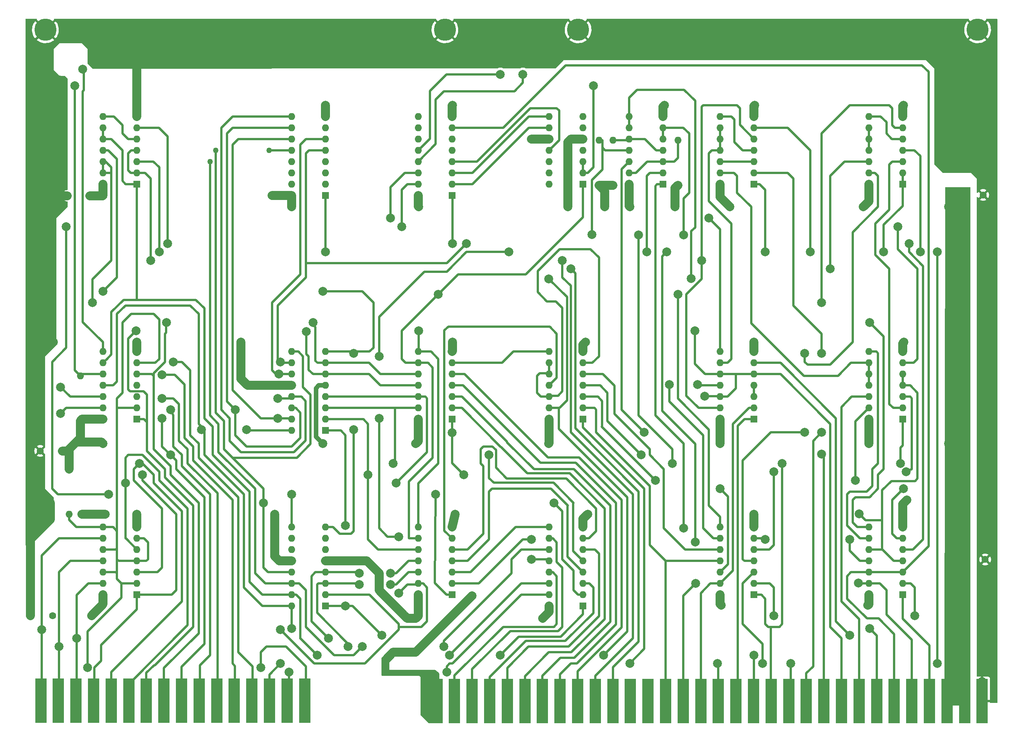
<source format=gbr>
%TF.GenerationSoftware,KiCad,Pcbnew,(6.0.4-0)*%
%TF.CreationDate,2022-10-26T21:03:15+11:00*%
%TF.ProjectId,256 word memory,32353620-776f-4726-9420-6d656d6f7279,rev?*%
%TF.SameCoordinates,Original*%
%TF.FileFunction,Copper,L2,Bot*%
%TF.FilePolarity,Positive*%
%FSLAX46Y46*%
G04 Gerber Fmt 4.6, Leading zero omitted, Abs format (unit mm)*
G04 Created by KiCad (PCBNEW (6.0.4-0)) date 2022-10-26 21:03:15*
%MOMM*%
%LPD*%
G01*
G04 APERTURE LIST*
%TA.AperFunction,ComponentPad*%
%ADD10C,1.600000*%
%TD*%
%TA.AperFunction,ComponentPad*%
%ADD11O,1.600000X1.600000*%
%TD*%
%TA.AperFunction,ComponentPad*%
%ADD12R,1.600000X1.600000*%
%TD*%
%TA.AperFunction,ConnectorPad*%
%ADD13R,2.540000X10.000000*%
%TD*%
%TA.AperFunction,ComponentPad*%
%ADD14C,2.000000*%
%TD*%
%TA.AperFunction,ComponentPad*%
%ADD15C,5.000000*%
%TD*%
%TA.AperFunction,ViaPad*%
%ADD16C,2.000000*%
%TD*%
%TA.AperFunction,ViaPad*%
%ADD17C,1.270000*%
%TD*%
%TA.AperFunction,Conductor*%
%ADD18C,0.500000*%
%TD*%
%TA.AperFunction,Conductor*%
%ADD19C,2.000000*%
%TD*%
%TA.AperFunction,Conductor*%
%ADD20C,1.000000*%
%TD*%
%TA.AperFunction,Conductor*%
%ADD21C,0.300000*%
%TD*%
%TA.AperFunction,Conductor*%
%ADD22C,0.250000*%
%TD*%
G04 APERTURE END LIST*
D10*
%TO.P,R1,1*%
%TO.N,+5V*%
X32385000Y-111125000D03*
D11*
%TO.P,R1,2*%
%TO.N,/R0(1-20*%
X32385000Y-100965000D03*
%TD*%
D10*
%TO.P,R2,1*%
%TO.N,+5V*%
X29845000Y-121920000D03*
D11*
%TO.P,R2,2*%
%TO.N,MB=0*%
X29845000Y-132080000D03*
%TD*%
D12*
%TO.P,U1,1*%
%TO.N,MA7*%
X45120000Y-57740000D03*
D11*
%TO.P,U1,2*%
%TO.N,MEMORY_ENABLE*%
X45120000Y-55200000D03*
%TO.P,U1,3*%
%TO.N,~{CS_H}*%
X45120000Y-52660000D03*
%TO.P,U1,4*%
%TO.N,MEMORY_ENABLE*%
X45120000Y-50120000D03*
%TO.P,U1,5*%
%TO.N,Net-(U1-Pad5)*%
X45120000Y-47580000D03*
%TO.P,U1,6*%
%TO.N,~{CS_L}*%
X45120000Y-45040000D03*
%TO.P,U1,7,GND*%
%TO.N,GND*%
X45120000Y-42500000D03*
%TO.P,U1,8*%
%TO.N,Net-(U1-Pad5)*%
X37500000Y-42500000D03*
%TO.P,U1,9*%
%TO.N,MA7*%
X37500000Y-45040000D03*
%TO.P,U1,10*%
X37500000Y-47580000D03*
%TO.P,U1,11*%
%TO.N,Net-(U1-Pad11)*%
X37500000Y-50120000D03*
%TO.P,U1,12*%
%TO.N,Net-(U1-Pad12)*%
X37500000Y-52660000D03*
%TO.P,U1,13*%
X37500000Y-55200000D03*
%TO.P,U1,14,VCC*%
%TO.N,+5V*%
X37500000Y-57740000D03*
%TD*%
D12*
%TO.P,U2,1,~{CS}*%
%TO.N,~{CS_H}*%
X87620000Y-60280000D03*
D11*
%TO.P,U2,2,A0*%
%TO.N,MA_A*%
X87620000Y-57740000D03*
%TO.P,U2,3,A1*%
%TO.N,MA_B*%
X87620000Y-55200000D03*
%TO.P,U2,4,A2*%
%TO.N,MA_C*%
X87620000Y-52660000D03*
%TO.P,U2,5,A3*%
%TO.N,MA0*%
X87620000Y-50120000D03*
%TO.P,U2,6,A4*%
%TO.N,MA1*%
X87620000Y-47580000D03*
%TO.P,U2,7,D_OUT*%
%TO.N,D-BUS*%
X87620000Y-45040000D03*
%TO.P,U2,8,GND*%
%TO.N,GND*%
X87620000Y-42500000D03*
%TO.P,U2,9,A5*%
%TO.N,MA2*%
X80000000Y-42500000D03*
%TO.P,U2,10,A6*%
%TO.N,MA3*%
X80000000Y-45040000D03*
%TO.P,U2,11,A7*%
%TO.N,MA4*%
X80000000Y-47580000D03*
%TO.P,U2,12,A8*%
%TO.N,MA5*%
X80000000Y-50120000D03*
%TO.P,U2,13,A9*%
%TO.N,MA6*%
X80000000Y-52660000D03*
%TO.P,U2,14,~{WE}*%
%TO.N,~{WE}*%
X80000000Y-55200000D03*
%TO.P,U2,15,D_IN*%
%TO.N,D-IN*%
X80000000Y-57740000D03*
%TO.P,U2,16,+5V*%
%TO.N,+5V*%
X80000000Y-60280000D03*
%TD*%
D12*
%TO.P,U3,1,~{CS}*%
%TO.N,~{CS_L}*%
X116120000Y-60280000D03*
D11*
%TO.P,U3,2,A0*%
%TO.N,MA_A*%
X116120000Y-57740000D03*
%TO.P,U3,3,A1*%
%TO.N,MA_B*%
X116120000Y-55200000D03*
%TO.P,U3,4,A2*%
%TO.N,MA_C*%
X116120000Y-52660000D03*
%TO.P,U3,5,A3*%
%TO.N,MA0*%
X116120000Y-50120000D03*
%TO.P,U3,6,A4*%
%TO.N,MA1*%
X116120000Y-47580000D03*
%TO.P,U3,7,D_OUT*%
%TO.N,D-BUS*%
X116120000Y-45040000D03*
%TO.P,U3,8,GND*%
%TO.N,GND*%
X116120000Y-42500000D03*
%TO.P,U3,9,A5*%
%TO.N,MA2*%
X108500000Y-42500000D03*
%TO.P,U3,10,A6*%
%TO.N,MA3*%
X108500000Y-45040000D03*
%TO.P,U3,11,A7*%
%TO.N,MA4*%
X108500000Y-47580000D03*
%TO.P,U3,12,A8*%
%TO.N,MA5*%
X108500000Y-50120000D03*
%TO.P,U3,13,A9*%
%TO.N,MA6*%
X108500000Y-52660000D03*
%TO.P,U3,14,~{WE}*%
%TO.N,~{WE}*%
X108500000Y-55200000D03*
%TO.P,U3,15,D_IN*%
%TO.N,D-IN*%
X108500000Y-57740000D03*
%TO.P,U3,16,+5V*%
%TO.N,+5V*%
X108500000Y-60280000D03*
%TD*%
D12*
%TO.P,U4,1,CP1..3*%
%TO.N,Net-(U15-Pad9)*%
X145620000Y-57740000D03*
D11*
%TO.P,U4,2,R0(1)*%
%TO.N,/R0(1-20*%
X145620000Y-55200000D03*
%TO.P,U4,3,R0(2)*%
X145620000Y-52660000D03*
%TO.P,U4,4*%
%TO.N,N/C*%
X145620000Y-50120000D03*
%TO.P,U4,5,VCC*%
%TO.N,+5V*%
X145620000Y-47580000D03*
%TO.P,U4,6*%
%TO.N,N/C*%
X145620000Y-45040000D03*
%TO.P,U4,7*%
X145620000Y-42500000D03*
%TO.P,U4,8,Q2*%
%TO.N,MA_B*%
X138000000Y-42500000D03*
%TO.P,U4,9,Q1*%
%TO.N,MA_A*%
X138000000Y-45040000D03*
%TO.P,U4,10,GND*%
%TO.N,GND*%
X138000000Y-47580000D03*
%TO.P,U4,11,Q3*%
%TO.N,MA_C*%
X138000000Y-50120000D03*
%TO.P,U4,12,Q0*%
%TO.N,unconnected-(U4-Pad12)*%
X138000000Y-52660000D03*
%TO.P,U4,13*%
%TO.N,N/C*%
X138000000Y-55200000D03*
%TO.P,U4,14,CP0*%
%TO.N,unconnected-(U4-Pad14)*%
X138000000Y-57740000D03*
%TD*%
D12*
%TO.P,U8,1,CLK*%
%TO.N,Net-(U11-Pad6)*%
X87620000Y-113280000D03*
D11*
%TO.P,U8,2,A*%
%TO.N,MB4*%
X87620000Y-110740000D03*
%TO.P,U8,3,B*%
%TO.N,MB3*%
X87620000Y-108200000D03*
%TO.P,U8,4,C*%
%TO.N,MB2*%
X87620000Y-105660000D03*
%TO.P,U8,5,VCC*%
%TO.N,+5V*%
X87620000Y-103120000D03*
%TO.P,U8,6,D*%
%TO.N,MB1*%
X87620000Y-100580000D03*
%TO.P,U8,7,E*%
%TO.N,MB0*%
X87620000Y-98040000D03*
%TO.P,U8,8,PRE*%
%TO.N,Net-(U1-Pad11)*%
X87620000Y-95500000D03*
%TO.P,U8,9,SER*%
%TO.N,MA5*%
X80000000Y-95500000D03*
%TO.P,U8,10,QE*%
%TO.N,MA0*%
X80000000Y-98040000D03*
%TO.P,U8,11,QD*%
%TO.N,MA1*%
X80000000Y-100580000D03*
%TO.P,U8,12,GND*%
%TO.N,GND*%
X80000000Y-103120000D03*
%TO.P,U8,13,QC*%
%TO.N,MA2*%
X80000000Y-105660000D03*
%TO.P,U8,14,QB*%
%TO.N,MA3*%
X80000000Y-108200000D03*
%TO.P,U8,15,QA*%
%TO.N,MA4*%
X80000000Y-110740000D03*
%TO.P,U8,16,~{CLR}*%
%TO.N,~{T0.5}*%
X80000000Y-113280000D03*
%TD*%
D12*
%TO.P,U9,1,Ds*%
%TO.N,MB4*%
X116120000Y-110740000D03*
D11*
%TO.P,U9,2,P0*%
%TO.N,SR3*%
X116120000Y-108200000D03*
%TO.P,U9,3,P1*%
%TO.N,SR2*%
X116120000Y-105660000D03*
%TO.P,U9,4,P2*%
%TO.N,SR1*%
X116120000Y-103120000D03*
%TO.P,U9,5,P3*%
%TO.N,SR0*%
X116120000Y-100580000D03*
%TO.P,U9,6,Mode*%
%TO.N,Net-(U10-Pad8)*%
X116120000Y-98040000D03*
%TO.P,U9,7,GND*%
%TO.N,GND*%
X116120000Y-95500000D03*
%TO.P,U9,8,Cp2.Lshift*%
%TO.N,MCP*%
X108500000Y-95500000D03*
%TO.P,U9,9,Cp1.Rshift*%
%TO.N,Net-(U15-Pad9)*%
X108500000Y-98040000D03*
%TO.P,U9,10,Q3*%
%TO.N,MB0*%
X108500000Y-100580000D03*
%TO.P,U9,11,Q2*%
%TO.N,MB1*%
X108500000Y-103120000D03*
%TO.P,U9,12,Q1*%
%TO.N,MB2*%
X108500000Y-105660000D03*
%TO.P,U9,13,Q0*%
%TO.N,MB3*%
X108500000Y-108200000D03*
%TO.P,U9,14,VCC*%
%TO.N,+5V*%
X108500000Y-110740000D03*
%TD*%
D12*
%TO.P,U11,1*%
%TO.N,~{T2-9(F+D+E})*%
X184120000Y-110740000D03*
D11*
%TO.P,U11,2*%
%TO.N,~{T14-21(JMS+JMP})*%
X184120000Y-108200000D03*
%TO.P,U11,3*%
%TO.N,Net-(U11-Pad3)*%
X184120000Y-105660000D03*
%TO.P,U11,4*%
X184120000Y-103120000D03*
%TO.P,U11,5*%
%TO.N,MCP*%
X184120000Y-100580000D03*
%TO.P,U11,6*%
%TO.N,Net-(U11-Pad6)*%
X184120000Y-98040000D03*
%TO.P,U11,7,GND*%
%TO.N,GND*%
X184120000Y-95500000D03*
%TO.P,U11,8*%
%TO.N,~{WE}*%
X176500000Y-95500000D03*
%TO.P,U11,9*%
%TO.N,/T14-21~{ISZ.DEP}T2-9.JMS.DCA*%
X176500000Y-98040000D03*
%TO.P,U11,10*%
%TO.N,MCP*%
X176500000Y-100580000D03*
%TO.P,U11,11*%
%TO.N,Net-(U11-Pad11)*%
X176500000Y-103120000D03*
%TO.P,U11,12*%
%TO.N,MCP*%
X176500000Y-105660000D03*
%TO.P,U11,13*%
%TO.N,MEMORY_ENABLE*%
X176500000Y-108200000D03*
%TO.P,U11,14,VCC*%
%TO.N,+5V*%
X176500000Y-110740000D03*
%TD*%
D12*
%TO.P,U14,1,CLK*%
%TO.N,Net-(U11-Pad6)*%
X87620000Y-152780000D03*
D11*
%TO.P,U14,2,A*%
%TO.N,MB7*%
X87620000Y-150240000D03*
%TO.P,U14,3,B*%
%TO.N,MB6*%
X87620000Y-147700000D03*
%TO.P,U14,4,C*%
%TO.N,MB5*%
X87620000Y-145160000D03*
%TO.P,U14,5,VCC*%
%TO.N,+5V*%
X87620000Y-142620000D03*
%TO.P,U14,6,D*%
%TO.N,unconnected-(U14-Pad6)*%
X87620000Y-140080000D03*
%TO.P,U14,7,E*%
%TO.N,unconnected-(U14-Pad7)*%
X87620000Y-137540000D03*
%TO.P,U14,8,PRE*%
%TO.N,Net-(U1-Pad11)*%
X87620000Y-135000000D03*
%TO.P,U14,9,SER*%
%TO.N,D-IN*%
X80000000Y-135000000D03*
%TO.P,U14,10,QE*%
%TO.N,unconnected-(U14-Pad10)*%
X80000000Y-137540000D03*
%TO.P,U14,11,QD*%
%TO.N,unconnected-(U14-Pad11)*%
X80000000Y-140080000D03*
%TO.P,U14,12,GND*%
%TO.N,GND*%
X80000000Y-142620000D03*
%TO.P,U14,13,QC*%
%TO.N,MA5*%
X80000000Y-145160000D03*
%TO.P,U14,14,QB*%
%TO.N,MA6*%
X80000000Y-147700000D03*
%TO.P,U14,15,QA*%
%TO.N,MA7*%
X80000000Y-150240000D03*
%TO.P,U14,16,~{CLR}*%
%TO.N,~{T0.5}*%
X80000000Y-152780000D03*
%TD*%
D12*
%TO.P,U15,1,Ds*%
%TO.N,D-IN*%
X116120000Y-150240000D03*
D11*
%TO.P,U15,2,P0*%
%TO.N,Net-(U15-Pad2)*%
X116120000Y-147700000D03*
%TO.P,U15,3,P1*%
%TO.N,Net-(U15-Pad3)*%
X116120000Y-145160000D03*
%TO.P,U15,4,P2*%
%TO.N,Net-(U15-Pad4)*%
X116120000Y-142620000D03*
%TO.P,U15,5,P3*%
%TO.N,Net-(U15-Pad5)*%
X116120000Y-140080000D03*
%TO.P,U15,6,Mode*%
%TO.N,Net-(U10-Pad11)*%
X116120000Y-137540000D03*
%TO.P,U15,7,GND*%
%TO.N,GND*%
X116120000Y-135000000D03*
%TO.P,U15,8,Cp2.Lshift*%
%TO.N,MCP*%
X108500000Y-135000000D03*
%TO.P,U15,9,Cp1.Rshift*%
%TO.N,Net-(U15-Pad9)*%
X108500000Y-137540000D03*
%TO.P,U15,10,Q3*%
%TO.N,MB4*%
X108500000Y-140080000D03*
%TO.P,U15,11,Q2*%
%TO.N,MB5*%
X108500000Y-142620000D03*
%TO.P,U15,12,Q1*%
%TO.N,MB6*%
X108500000Y-145160000D03*
%TO.P,U15,13,Q0*%
%TO.N,MB7*%
X108500000Y-147700000D03*
%TO.P,U15,14,VCC*%
%TO.N,+5V*%
X108500000Y-150240000D03*
%TD*%
D12*
%TO.P,U7,1*%
%TO.N,MB1*%
X45120000Y-110740000D03*
D11*
%TO.P,U7,2*%
%TO.N,MB=0*%
X45120000Y-108200000D03*
%TO.P,U7,3*%
%TO.N,MB5*%
X45120000Y-105660000D03*
%TO.P,U7,4*%
%TO.N,Net-(R3-Pad2)*%
X45120000Y-103120000D03*
%TO.P,U7,5*%
%TO.N,MB0*%
X45120000Y-100580000D03*
%TO.P,U7,6*%
%TO.N,MB=0*%
X45120000Y-98040000D03*
%TO.P,U7,7,GND*%
%TO.N,GND*%
X45120000Y-95500000D03*
%TO.P,U7,8*%
%TO.N,~{MA7}*%
X37500000Y-95500000D03*
%TO.P,U7,9*%
%TO.N,MA7*%
X37500000Y-98040000D03*
%TO.P,U7,10*%
%TO.N,/R0(1-20*%
X37500000Y-100580000D03*
%TO.P,U7,11*%
%TO.N,~{T0.5}*%
X37500000Y-103120000D03*
%TO.P,U7,12*%
%TO.N,~{PC7}*%
X37500000Y-105660000D03*
%TO.P,U7,13*%
%TO.N,PC7*%
X37500000Y-108200000D03*
%TO.P,U7,14,VCC*%
%TO.N,+5V*%
X37500000Y-110740000D03*
%TD*%
D12*
%TO.P,U13,1*%
%TO.N,MB4*%
X45120000Y-150240000D03*
D11*
%TO.P,U13,2*%
%TO.N,MB=0*%
X45120000Y-147700000D03*
%TO.P,U13,3*%
%TO.N,MB3*%
X45120000Y-145160000D03*
%TO.P,U13,4*%
%TO.N,MB=0*%
X45120000Y-142620000D03*
%TO.P,U13,5*%
%TO.N,MB2*%
X45120000Y-140080000D03*
%TO.P,U13,6*%
%TO.N,MB=0*%
X45120000Y-137540000D03*
%TO.P,U13,7,GND*%
%TO.N,GND*%
X45120000Y-135000000D03*
%TO.P,U13,8*%
%TO.N,MB=0*%
X37500000Y-135000000D03*
%TO.P,U13,9*%
%TO.N,MB7*%
X37500000Y-137540000D03*
%TO.P,U13,10*%
%TO.N,MB=0*%
X37500000Y-140080000D03*
%TO.P,U13,11*%
%TO.N,MB6*%
X37500000Y-142620000D03*
%TO.P,U13,12*%
%TO.N,MB=0*%
X37500000Y-145160000D03*
%TO.P,U13,13*%
%TO.N,MB5*%
X37500000Y-147700000D03*
%TO.P,U13,14,VCC*%
%TO.N,+5V*%
X37500000Y-150240000D03*
%TD*%
D12*
%TO.P,U16,1,S*%
%TO.N,~{F.23.OPR+IOT}*%
X145620000Y-152780000D03*
D11*
%TO.P,U16,2,I0a*%
%TO.N,MA5*%
X145620000Y-150240000D03*
%TO.P,U16,3,I1a*%
%TO.N,SR5*%
X145620000Y-147700000D03*
%TO.P,U16,4,Za*%
%TO.N,Net-(U15-Pad4)*%
X145620000Y-145160000D03*
%TO.P,U16,5,I0b*%
%TO.N,MA4*%
X145620000Y-142620000D03*
%TO.P,U16,6,I1b*%
%TO.N,SR4*%
X145620000Y-140080000D03*
%TO.P,U16,7,Zb*%
%TO.N,Net-(U15-Pad5)*%
X145620000Y-137540000D03*
%TO.P,U16,8,GND*%
%TO.N,GND*%
X145620000Y-135000000D03*
%TO.P,U16,9,Zc*%
%TO.N,Net-(U15-Pad3)*%
X138000000Y-135000000D03*
%TO.P,U16,10,I1c*%
%TO.N,SR6*%
X138000000Y-137540000D03*
%TO.P,U16,11,I0c*%
%TO.N,MA6*%
X138000000Y-140080000D03*
%TO.P,U16,12,Zd*%
%TO.N,Net-(U15-Pad2)*%
X138000000Y-142620000D03*
%TO.P,U16,13,I1d*%
%TO.N,SR7*%
X138000000Y-145160000D03*
%TO.P,U16,14,I0d*%
%TO.N,MA7*%
X138000000Y-147700000D03*
%TO.P,U16,15,E*%
%TO.N,Z-BIT*%
X138000000Y-150240000D03*
%TO.P,U16,16,VCC*%
%TO.N,+5V*%
X138000000Y-152780000D03*
%TD*%
D13*
%TO.P,J2,1,1*%
%TO.N,MB=0*%
X82900000Y-174100000D03*
%TO.P,J2,2,2*%
%TO.N,Z-BIT*%
X78937600Y-174100000D03*
%TO.P,J2,3,3*%
%TO.N,~{ISZ}*%
X74975200Y-174100000D03*
%TO.P,J2,4,4*%
%TO.N,MA0*%
X71012800Y-174100000D03*
%TO.P,J2,5,5*%
%TO.N,MA1*%
X67050400Y-174100000D03*
%TO.P,J2,6,6*%
%TO.N,MA2*%
X63088000Y-174100000D03*
%TO.P,J2,7,7*%
%TO.N,MA3*%
X59125600Y-174100000D03*
%TO.P,J2,8,8*%
%TO.N,MA4*%
X55163200Y-174100000D03*
%TO.P,J2,9,9*%
%TO.N,MB0*%
X51200800Y-174100000D03*
%TO.P,J2,10,10*%
%TO.N,MB1*%
X47238400Y-174100000D03*
%TO.P,J2,11,11*%
%TO.N,MB2*%
X43276000Y-174100000D03*
%TO.P,J2,12,12*%
%TO.N,MB3*%
X39313600Y-174100000D03*
%TO.P,J2,13,13*%
%TO.N,MB4*%
X35351200Y-174100000D03*
%TO.P,J2,14,14*%
%TO.N,MB5*%
X31388800Y-174100000D03*
%TO.P,J2,15,15*%
%TO.N,MB6*%
X27426400Y-174100000D03*
%TO.P,J2,16,16*%
%TO.N,MB7*%
X23464000Y-174100000D03*
%TD*%
D10*
%TO.P,R3,1*%
%TO.N,+5V*%
X149225000Y-58000000D03*
D11*
%TO.P,R3,2*%
%TO.N,Net-(R3-Pad2)*%
X149225000Y-47840000D03*
%TD*%
D10*
%TO.P,R4,1*%
%TO.N,+5V*%
X167000000Y-58000000D03*
D11*
%TO.P,R4,2*%
%TO.N,Net-(R4-Pad2)*%
X167000000Y-47840000D03*
%TD*%
D12*
%TO.P,U19,1*%
%TO.N,Z-BIT*%
X163620000Y-57740000D03*
D11*
%TO.P,U19,2*%
%TO.N,MB7*%
X163620000Y-55200000D03*
%TO.P,U19,3*%
%TO.N,Net-(R4-Pad2)*%
X163620000Y-52660000D03*
%TO.P,U19,4*%
%TO.N,Z-BIT*%
X163620000Y-50120000D03*
%TO.P,U19,5*%
%TO.N,MB3*%
X163620000Y-47580000D03*
%TO.P,U19,6*%
X163620000Y-45040000D03*
%TO.P,U19,7,GND*%
%TO.N,GND*%
X163620000Y-42500000D03*
%TO.P,U19,8*%
%TO.N,~{F.23.OPR+IOT}*%
X156000000Y-42500000D03*
%TO.P,U19,9*%
X156000000Y-45040000D03*
%TO.P,U19,10*%
%TO.N,Z-BIT*%
X156000000Y-47580000D03*
%TO.P,U19,11*%
%TO.N,Net-(R3-Pad2)*%
X156000000Y-50120000D03*
%TO.P,U19,12*%
%TO.N,MB4*%
X156000000Y-52660000D03*
%TO.P,U19,13*%
%TO.N,Net-(R4-Pad2)*%
X156000000Y-55200000D03*
%TO.P,U19,14,VCC*%
%TO.N,+5V*%
X156000000Y-57740000D03*
%TD*%
D10*
%TO.P,R5,1*%
%TO.N,+5V*%
X152400000Y-58000000D03*
D11*
%TO.P,R5,2*%
%TO.N,Z-BIT*%
X152400000Y-47840000D03*
%TD*%
D13*
%TO.P,J1,1,1*%
%TO.N,GND*%
X235534400Y-174200000D03*
%TO.P,J1,2,2*%
%TO.N,+5V*%
X231572000Y-174200000D03*
%TO.P,J1,3,3*%
X227609600Y-174200000D03*
%TO.P,J1,4,4*%
%TO.N,B-BUS*%
X223647200Y-174200000D03*
%TO.P,J1,5,5*%
%TO.N,C-BUS*%
X219684800Y-174200000D03*
%TO.P,J1,6,6*%
%TO.N,D-BUS*%
X215722400Y-174200000D03*
%TO.P,J1,7,7*%
%TO.N,~{T0.5}*%
X211760000Y-174200000D03*
%TO.P,J1,8,8*%
%TO.N,T14-21*%
X207797600Y-174200000D03*
%TO.P,J1,9,9*%
%TO.N,MCP*%
X203835200Y-174200000D03*
%TO.P,J1,10,10*%
%TO.N,T13*%
X199872800Y-174200000D03*
%TO.P,J1,11,11*%
%TO.N,T2-9*%
X195910400Y-174200000D03*
%TO.P,J1,12,12*%
%TO.N,T1*%
X191948000Y-174200000D03*
%TO.P,J1,13,13*%
%TO.N,~{T2-9.ISZ}*%
X187985600Y-174200000D03*
%TO.P,J1,14,14*%
%TO.N,~{F.23.OPR+IOT}*%
X184023200Y-174200000D03*
%TO.P,J1,15,15*%
%TO.N,~{T2-9(F+D+E})*%
X180060800Y-174200000D03*
%TO.P,J1,16,16*%
%TO.N,OPR+IOT*%
X176098400Y-174200000D03*
%TO.P,J1,17,17*%
%TO.N,~{T14-21(JMS+JMP})*%
X172136000Y-174200000D03*
%TO.P,J1,18,18*%
%TO.N,JMS+DCA*%
X168173600Y-174200000D03*
%TO.P,J1,19,19*%
%TO.N,~{DEP}*%
X164211200Y-174200000D03*
%TO.P,J1,20,20*%
%TO.N,unconnected-(J1-Pad20)*%
X160248800Y-174200000D03*
%TO.P,J1,21,21*%
%TO.N,unconnected-(J1-Pad21)*%
X156286400Y-174200000D03*
%TO.P,J1,22,22*%
%TO.N,~{F+D+E}*%
X152324000Y-174200000D03*
%TO.P,J1,23,23*%
%TO.N,MEMORY_ENABLE*%
X148361600Y-174200000D03*
%TO.P,J1,24,24*%
%TO.N,SR0*%
X144399200Y-174200000D03*
%TO.P,J1,25,25*%
%TO.N,SR1*%
X140436800Y-174200000D03*
%TO.P,J1,26,26*%
%TO.N,SR2*%
X136474400Y-174200000D03*
%TO.P,J1,27,27*%
%TO.N,SR3*%
X132512000Y-174200000D03*
%TO.P,J1,28,28*%
%TO.N,SR4*%
X128549600Y-174200000D03*
%TO.P,J1,29,29*%
%TO.N,SR5*%
X124587200Y-174200000D03*
%TO.P,J1,30,30*%
%TO.N,SR6*%
X120624800Y-174200000D03*
%TO.P,J1,31,31*%
%TO.N,SR7*%
X116662400Y-174200000D03*
%TO.P,J1,32,32*%
%TO.N,GND*%
X112700000Y-174200000D03*
%TD*%
D12*
%TO.P,U12,1*%
%TO.N,~{T2-9.ISZ}*%
X217620000Y-110740000D03*
D11*
%TO.P,U12,2*%
%TO.N,Net-(U12-Pad2)*%
X217620000Y-108200000D03*
%TO.P,U12,3*%
%TO.N,Net-(U12-Pad3)*%
X217620000Y-105660000D03*
%TO.P,U12,4*%
%TO.N,C-BUS*%
X217620000Y-103120000D03*
%TO.P,U12,5*%
X217620000Y-100580000D03*
%TO.P,U12,6*%
%TO.N,D-IN*%
X217620000Y-98040000D03*
%TO.P,U12,7,GND*%
%TO.N,GND*%
X217620000Y-95500000D03*
%TO.P,U12,8*%
%TO.N,Net-(U12-Pad8)*%
X210000000Y-95500000D03*
%TO.P,U12,9*%
%TO.N,/~{T14-21}.ISZ.DEP*%
X210000000Y-98040000D03*
%TO.P,U12,10*%
X210000000Y-100580000D03*
%TO.P,U12,11*%
X210000000Y-103120000D03*
%TO.P,U12,12*%
%TO.N,T14-21*%
X210000000Y-105660000D03*
%TO.P,U12,13*%
%TO.N,Net-(U10-Pad3)*%
X210000000Y-108200000D03*
%TO.P,U12,14,VCC*%
%TO.N,+5V*%
X210000000Y-110740000D03*
%TD*%
D12*
%TO.P,U18,1*%
%TO.N,B-BUS*%
X217620000Y-150240000D03*
D11*
%TO.P,U18,2*%
%TO.N,Net-(U17-Pad2)*%
X217620000Y-147700000D03*
%TO.P,U18,3*%
%TO.N,D-BUS*%
X217620000Y-145160000D03*
%TO.P,U18,4*%
%TO.N,C-BUS*%
X217620000Y-142620000D03*
%TO.P,U18,5*%
%TO.N,MA0*%
X217620000Y-140080000D03*
%TO.P,U18,6*%
%TO.N,Net-(U17-Pad12)*%
X217620000Y-137540000D03*
%TO.P,U18,7,GND*%
%TO.N,GND*%
X217620000Y-135000000D03*
%TO.P,U18,8*%
%TO.N,MB0*%
X210000000Y-135000000D03*
%TO.P,U18,9*%
%TO.N,Net-(U12-Pad8)*%
X210000000Y-137540000D03*
%TO.P,U18,10*%
%TO.N,C-BUS*%
X210000000Y-140080000D03*
%TO.P,U18,11*%
%TO.N,Net-(U17-Pad6)*%
X210000000Y-142620000D03*
%TO.P,U18,12*%
%TO.N,D-BUS*%
X210000000Y-145160000D03*
%TO.P,U18,13*%
%TO.N,C-BUS*%
X210000000Y-147700000D03*
%TO.P,U18,14,VCC*%
%TO.N,+5V*%
X210000000Y-150240000D03*
%TD*%
D12*
%TO.P,U10,1*%
%TO.N,~{ISZ}*%
X145620000Y-110740000D03*
D11*
%TO.P,U10,2*%
%TO.N,~{DEP}*%
X145620000Y-108200000D03*
%TO.P,U10,3*%
%TO.N,Net-(U10-Pad3)*%
X145620000Y-105660000D03*
%TO.P,U10,4*%
%TO.N,T13*%
X145620000Y-103120000D03*
%TO.P,U10,5*%
%TO.N,Net-(U10-Pad5)*%
X145620000Y-100580000D03*
%TO.P,U10,6*%
%TO.N,Net-(U10-Pad10)*%
X145620000Y-98040000D03*
%TO.P,U10,7,GND*%
%TO.N,GND*%
X145620000Y-95500000D03*
%TO.P,U10,8*%
%TO.N,Net-(U10-Pad8)*%
X138000000Y-95500000D03*
%TO.P,U10,9*%
%TO.N,Net-(U10-Pad10)*%
X138000000Y-98040000D03*
%TO.P,U10,10*%
X138000000Y-100580000D03*
%TO.P,U10,11*%
%TO.N,Net-(U10-Pad11)*%
X138000000Y-103120000D03*
%TO.P,U10,12*%
%TO.N,Net-(U10-Pad10)*%
X138000000Y-105660000D03*
%TO.P,U10,13*%
%TO.N,~{F.23.OPR+IOT}*%
X138000000Y-108200000D03*
%TO.P,U10,14,VCC*%
%TO.N,+5V*%
X138000000Y-110740000D03*
%TD*%
D12*
%TO.P,U5,1*%
%TO.N,JMS+DCA*%
X184120000Y-57740000D03*
D11*
%TO.P,U5,2*%
%TO.N,T2-9*%
X184120000Y-55200000D03*
%TO.P,U5,3*%
%TO.N,/~{T2-9.JMS+DCA}*%
X184120000Y-52660000D03*
%TO.P,U5,4*%
%TO.N,Net-(U5-Pad4)*%
X184120000Y-50120000D03*
%TO.P,U5,5*%
%TO.N,MEMORY_ENABLE*%
X184120000Y-47580000D03*
%TO.P,U5,6*%
%TO.N,Net-(U5-Pad6)*%
X184120000Y-45040000D03*
%TO.P,U5,7,GND*%
%TO.N,GND*%
X184120000Y-42500000D03*
%TO.P,U5,8*%
%TO.N,Net-(U5-Pad4)*%
X176500000Y-42500000D03*
%TO.P,U5,9*%
%TO.N,/T14-21~{ISZ.DEP}T2-9.JMS.DCA*%
X176500000Y-45040000D03*
%TO.P,U5,10*%
X176500000Y-47580000D03*
%TO.P,U5,11*%
X176500000Y-50120000D03*
%TO.P,U5,12*%
%TO.N,/~{T2-9.JMS+DCA}*%
X176500000Y-52660000D03*
%TO.P,U5,13*%
%TO.N,/~{T14-21}.ISZ.DEP*%
X176500000Y-55200000D03*
%TO.P,U5,14,VCC*%
%TO.N,+5V*%
X176500000Y-57740000D03*
%TD*%
D12*
%TO.P,U6,1*%
%TO.N,Net-(U5-Pad6)*%
X217620000Y-57740000D03*
D11*
%TO.P,U6,2*%
X217620000Y-55200000D03*
%TO.P,U6,3*%
%TO.N,Net-(U12-Pad2)*%
X217620000Y-52660000D03*
%TO.P,U6,4*%
%TO.N,T1*%
X217620000Y-50120000D03*
%TO.P,U6,5*%
%TO.N,Net-(U6-Pad5)*%
X217620000Y-47580000D03*
%TO.P,U6,6*%
%TO.N,Net-(U1-Pad12)*%
X217620000Y-45040000D03*
%TO.P,U6,7,GND*%
%TO.N,GND*%
X217620000Y-42500000D03*
%TO.P,U6,8*%
%TO.N,Net-(U6-Pad5)*%
X210000000Y-42500000D03*
%TO.P,U6,9*%
%TO.N,Net-(U6-Pad10)*%
X210000000Y-45040000D03*
%TO.P,U6,10*%
X210000000Y-47580000D03*
%TO.P,U6,11*%
X210000000Y-50120000D03*
%TO.P,U6,12*%
%TO.N,~{F+D+E}*%
X210000000Y-52660000D03*
%TO.P,U6,13*%
%TO.N,Net-(U17-Pad4)*%
X210000000Y-55200000D03*
%TO.P,U6,14,VCC*%
%TO.N,+5V*%
X210000000Y-57740000D03*
%TD*%
D12*
%TO.P,U17,1*%
%TO.N,~{T2-9.ISZ}*%
X184120000Y-150240000D03*
D11*
%TO.P,U17,2*%
%TO.N,Net-(U17-Pad2)*%
X184120000Y-147700000D03*
%TO.P,U17,3*%
%TO.N,OPR+IOT*%
X184120000Y-145160000D03*
%TO.P,U17,4*%
%TO.N,Net-(U17-Pad4)*%
X184120000Y-142620000D03*
%TO.P,U17,5*%
%TO.N,Net-(U12-Pad3)*%
X184120000Y-140080000D03*
%TO.P,U17,6*%
%TO.N,Net-(U17-Pad6)*%
X184120000Y-137540000D03*
%TO.P,U17,7,GND*%
%TO.N,GND*%
X184120000Y-135000000D03*
%TO.P,U17,8*%
%TO.N,Net-(U15-Pad9)*%
X176500000Y-135000000D03*
%TO.P,U17,9*%
%TO.N,Net-(U11-Pad11)*%
X176500000Y-137540000D03*
%TO.P,U17,10*%
%TO.N,Net-(U10-Pad5)*%
X176500000Y-140080000D03*
%TO.P,U17,11*%
%TO.N,~{DEP}*%
X176500000Y-142620000D03*
%TO.P,U17,12*%
%TO.N,Net-(U17-Pad12)*%
X176500000Y-145160000D03*
%TO.P,U17,13*%
%TO.N,~{T14-21(JMS+JMP})*%
X176500000Y-147700000D03*
%TO.P,U17,14,VCC*%
%TO.N,+5V*%
X176500000Y-150240000D03*
%TD*%
D14*
%TO.P,J3,1,Pin_1*%
%TO.N,MCP*%
X173000000Y-105500000D03*
%TD*%
%TO.P,J5,1,Pin_1*%
%TO.N,PC7*%
X27940000Y-109460000D03*
%TD*%
%TO.P,J4,1,Pin_1*%
%TO.N,~{PC7}*%
X27940000Y-103505000D03*
%TD*%
%TO.P,J6,1,Pin_1*%
%TO.N,~{MA7}*%
X32900000Y-31900000D03*
%TD*%
%TO.P,J7,1,Pin_1*%
%TO.N,MA5*%
X127000000Y-33020000D03*
%TD*%
%TO.P,J8,1,Pin_1*%
%TO.N,MA6*%
X132080000Y-33020000D03*
%TD*%
D10*
%TO.P,C1,1*%
%TO.N,+5V*%
X34527500Y-60388500D03*
%TO.P,C1,2*%
%TO.N,GND*%
X29527500Y-60388500D03*
%TD*%
%TO.P,C2,1*%
%TO.N,+5V*%
X230759000Y-60198000D03*
%TO.P,C2,2*%
%TO.N,GND*%
X235759000Y-60198000D03*
%TD*%
%TO.P,C3,1*%
%TO.N,+5V*%
X28321000Y-117856000D03*
%TO.P,C3,2*%
%TO.N,GND*%
X23321000Y-117856000D03*
%TD*%
%TO.P,C4,1*%
%TO.N,+5V*%
X26162000Y-154940000D03*
%TO.P,C4,2*%
%TO.N,GND*%
X21162000Y-154940000D03*
%TD*%
%TO.P,C5,1*%
%TO.N,+5V*%
X231203500Y-142303500D03*
%TO.P,C5,2*%
%TO.N,GND*%
X236203500Y-142303500D03*
%TD*%
D15*
%TO.P,H1,1,GND*%
%TO.N,GND*%
X24500000Y-23000000D03*
X114500000Y-23000000D03*
%TD*%
%TO.P,H2,1,GND*%
%TO.N,GND*%
X234500000Y-23000000D03*
X144500000Y-23000000D03*
%TD*%
D16*
%TO.N,+5V*%
X150495000Y-62865000D03*
X37465000Y-116205000D03*
X142240000Y-62865000D03*
X227965000Y-62865000D03*
X34900000Y-154940000D03*
X227965000Y-116205000D03*
X80010000Y-62865000D03*
X166370000Y-62865000D03*
X178735000Y-62865000D03*
X231572000Y-116408000D03*
X107950000Y-155575000D03*
X108585000Y-62865000D03*
X107950000Y-116205000D03*
X176530000Y-116205000D03*
X137922000Y-116205000D03*
X231572000Y-152603000D03*
X86995000Y-116205000D03*
X210058000Y-116205000D03*
X105410000Y-154940000D03*
X136525000Y-155575000D03*
X208788000Y-62865000D03*
X75565000Y-60325000D03*
X209797000Y-152603000D03*
X37465000Y-60325000D03*
X156210000Y-62865000D03*
X176733000Y-152603000D03*
%TO.N,MA2*%
X76835000Y-106045000D03*
X50800000Y-106045000D03*
%TO.N,MA3*%
X52705000Y-108585000D03*
X67310000Y-108585000D03*
%TO.N,MA4*%
X76835000Y-110490000D03*
X52705000Y-118745000D03*
X50800000Y-110490000D03*
X124460000Y-118745000D03*
D17*
%TO.N,MA5*%
X74930000Y-50165000D03*
X62865000Y-50165000D03*
D16*
X139065000Y-129540000D03*
X73660000Y-129540000D03*
%TO.N,MA0*%
X53340000Y-97790000D03*
X119380000Y-71120000D03*
X77470000Y-97790000D03*
X219078993Y-71120000D03*
%TO.N,MA6*%
X114300000Y-161925000D03*
D17*
X61595000Y-52705000D03*
D16*
X95885000Y-161925000D03*
%TO.N,MA1*%
X50800000Y-100680783D03*
X77085000Y-100580000D03*
%TO.N,GND*%
X217932000Y-93345000D03*
X45085000Y-132080000D03*
X26289000Y-93345000D03*
X146685000Y-132080000D03*
X235534400Y-128854400D03*
X116840000Y-132080000D03*
X32766000Y-132080000D03*
X76200000Y-132080000D03*
X184150000Y-93345000D03*
X45087102Y-93347102D03*
X163995000Y-40005000D03*
X120650000Y-150495000D03*
X37973000Y-132080000D03*
X217805000Y-40005000D03*
X116205000Y-93345000D03*
X235585000Y-93345000D03*
X218567000Y-128905000D03*
X116205000Y-40005000D03*
X184150000Y-132080000D03*
X235585000Y-40005000D03*
X68580000Y-93345000D03*
X87630000Y-40005000D03*
X25654000Y-129540000D03*
X133985000Y-47625000D03*
X184305000Y-40005000D03*
X146177000Y-93345000D03*
%TO.N,~{T0.5}*%
X59690000Y-113030000D03*
X210185000Y-157861000D03*
X80010000Y-157861000D03*
X69850000Y-113030000D03*
%TO.N,MB0*%
X84836000Y-88900000D03*
X51816000Y-88900000D03*
X210185000Y-88900000D03*
%TO.N,MB1*%
X83312000Y-90932000D03*
X44958000Y-90805000D03*
%TO.N,MB2*%
X103505000Y-125095000D03*
X42545000Y-125095000D03*
%TO.N,MB3*%
X158115000Y-69215000D03*
X165735000Y-120650000D03*
X168275000Y-69215000D03*
X102870000Y-120650000D03*
X45720000Y-120650000D03*
%TO.N,MB4*%
X97155000Y-123190000D03*
X116120000Y-113750000D03*
X118745000Y-123190000D03*
X159385000Y-113665000D03*
X46355000Y-123190000D03*
%TO.N,Net-(U15-Pad9)*%
X113030000Y-82550000D03*
X167005000Y-82550000D03*
%TO.N,MB7*%
X104140000Y-149860000D03*
X23638400Y-158115000D03*
X160020000Y-73025000D03*
X104140000Y-137160000D03*
X77470000Y-158115000D03*
X128905000Y-73025000D03*
X99695000Y-110490000D03*
X99695000Y-96520000D03*
%TO.N,MB6*%
X92710000Y-161925000D03*
X102235000Y-147955000D03*
X27600800Y-161925000D03*
X95250000Y-147955000D03*
%TO.N,MB5*%
X95250000Y-145415000D03*
X31563200Y-160020000D03*
X102235000Y-145415000D03*
X88265000Y-160020000D03*
%TO.N,Net-(U15-Pad2)*%
X133985000Y-142240000D03*
X133985000Y-137795000D03*
%TO.N,~{F.23.OPR+IOT}*%
X184150000Y-163830000D03*
X170000000Y-79000000D03*
X150270000Y-163830000D03*
X137900000Y-79100000D03*
X127000000Y-163830000D03*
%TO.N,MB=0*%
X73025000Y-166624000D03*
X34036000Y-166624000D03*
%TO.N,Net-(R3-Pad2)*%
X147600000Y-69100000D03*
%TO.N,Z-BIT*%
X79375000Y-167640000D03*
X168275000Y-135255000D03*
X114935000Y-167640000D03*
%TO.N,~{ISZ}*%
X156135006Y-165735000D03*
X77470000Y-165735000D03*
%TO.N,Net-(U17-Pad6)*%
X205740000Y-137795000D03*
X186690000Y-137795000D03*
%TO.N,Net-(U17-Pad12)*%
X176530000Y-126365000D03*
X217805000Y-126365000D03*
%TO.N,Net-(U17-Pad2)*%
X188595000Y-154940000D03*
X220345000Y-154940000D03*
%TO.N,C-BUS*%
X207645000Y-147637500D03*
X207825010Y-132064948D03*
%TO.N,Net-(U10-Pad3)*%
X161925000Y-124460000D03*
X207010000Y-124460000D03*
%TO.N,Net-(U5-Pad6)*%
X196850000Y-73025000D03*
X213360000Y-73025000D03*
%TO.N,Net-(U12-Pad3)*%
X188595000Y-122555000D03*
X218440000Y-122555000D03*
%TO.N,~{T2-9.ISZ}*%
X217170000Y-120650000D03*
X190500000Y-120650000D03*
%TO.N,/R0(1-20*%
X147955000Y-35560000D03*
X31100000Y-35600000D03*
%TO.N,MEMORY_ENABLE*%
X172350010Y-74930000D03*
X140970000Y-74930000D03*
X48260000Y-74930000D03*
%TO.N,T2-9*%
X199390000Y-95885000D03*
X199390000Y-113665000D03*
%TO.N,JMS+DCA*%
X186690000Y-73025000D03*
X164465000Y-73025000D03*
X170900000Y-138400000D03*
X171000000Y-147700000D03*
%TO.N,T13*%
X158750000Y-118745000D03*
X199363071Y-118564990D03*
%TO.N,MCP*%
X108585000Y-90805000D03*
X170815000Y-90805000D03*
%TO.N,Net-(U1-Pad11)*%
X86995000Y-81915000D03*
X93980000Y-95885000D03*
X37465000Y-81915000D03*
X93980000Y-113030000D03*
%TO.N,MA7*%
X85725000Y-163830000D03*
X115570000Y-163830000D03*
%TO.N,~{F+D+E}*%
X201295000Y-76835000D03*
X142875000Y-76835000D03*
%TO.N,OPR+IOT*%
X175895000Y-165735000D03*
X186055000Y-165735000D03*
%TO.N,T1*%
X225425000Y-73025000D03*
X221615000Y-73025000D03*
X225425000Y-165735000D03*
X192405000Y-165735000D03*
%TO.N,~{WE}*%
X173990000Y-65405000D03*
X102235000Y-65405000D03*
%TO.N,~{CS_L}*%
X116205000Y-71120000D03*
X52070000Y-71120000D03*
%TO.N,~{CS_H}*%
X50165000Y-73025000D03*
X87630000Y-73025000D03*
%TO.N,D-IN*%
X29210000Y-67310000D03*
X112395000Y-127635000D03*
X216535000Y-67310000D03*
X104775000Y-67310000D03*
X80010000Y-127635000D03*
X38735000Y-127635000D03*
%TO.N,Net-(U1-Pad12)*%
X199390000Y-84455000D03*
X35105010Y-84455000D03*
%TO.N,Net-(U17-Pad4)*%
X195580000Y-95885000D03*
X195580000Y-113665000D03*
%TO.N,Net-(U11-Pad6)*%
X92075000Y-152739990D03*
X205740000Y-159385000D03*
X100330000Y-159385000D03*
X92075000Y-134620000D03*
%TO.N,Net-(U11-Pad11)*%
X165100000Y-102870000D03*
X171450000Y-102870000D03*
%TD*%
D18*
%TO.N,MB3*%
X45720000Y-120650000D02*
X46355000Y-120650000D01*
X48895000Y-125095000D02*
X55245000Y-131445000D01*
X55245000Y-151765000D02*
X39313600Y-167696400D01*
X46355000Y-120650000D02*
X48895000Y-123190000D01*
X55245000Y-131445000D02*
X55245000Y-151765000D01*
X48895000Y-123190000D02*
X48895000Y-125095000D01*
X39313600Y-167696400D02*
X39313600Y-174100000D01*
D19*
%TO.N,+5V*%
X37500000Y-150240000D02*
X37500000Y-152340000D01*
X37500000Y-152340000D02*
X34900000Y-154940000D01*
D18*
%TO.N,D-BUS*%
X205105000Y-151130000D02*
X205105000Y-146050000D01*
X205105000Y-146050000D02*
X205995000Y-145160000D01*
X218419999Y-144360001D02*
X217620000Y-145160000D01*
X215722400Y-159122400D02*
X212200000Y-155600000D01*
X217620000Y-145160000D02*
X210000000Y-145160000D01*
X127680000Y-45040000D02*
X141720000Y-31000000D01*
X209575000Y-155600000D02*
X205105000Y-151130000D01*
X222000000Y-31000000D02*
X223500000Y-32500000D01*
X215722400Y-174200000D02*
X215722400Y-159122400D01*
X223500000Y-32500000D02*
X223500000Y-139280000D01*
X116120000Y-45040000D02*
X122600000Y-45040000D01*
X223500000Y-139280000D02*
X218419999Y-144360001D01*
X122600000Y-45040000D02*
X127680000Y-45040000D01*
X205995000Y-145160000D02*
X210000000Y-145160000D01*
X212200000Y-155600000D02*
X209575000Y-155600000D01*
X141720000Y-31000000D02*
X222000000Y-31000000D01*
D19*
%TO.N,+5V*%
X176500000Y-116175000D02*
X176530000Y-116205000D01*
X136525000Y-155575000D02*
X138000000Y-154100000D01*
D20*
X85500000Y-114710000D02*
X86995000Y-116205000D01*
D19*
X108500000Y-110740000D02*
X108500000Y-115655000D01*
X210000000Y-152400000D02*
X209797000Y-152603000D01*
X32770000Y-110740000D02*
X32385000Y-111125000D01*
X145620000Y-47580000D02*
X142920000Y-47580000D01*
D20*
X86110000Y-103120000D02*
X85500000Y-103730000D01*
X87620000Y-103120000D02*
X86110000Y-103120000D01*
D19*
X34527500Y-60388500D02*
X37401500Y-60388500D01*
X37147500Y-115887500D02*
X37465000Y-116205000D01*
X210000000Y-61653000D02*
X208788000Y-62865000D01*
X176500000Y-57740000D02*
X176500000Y-60630000D01*
X96900000Y-142620000D02*
X87620000Y-142620000D01*
X176500000Y-110740000D02*
X176500000Y-116175000D01*
X31432500Y-115887500D02*
X37147500Y-115887500D01*
X227609600Y-174200000D02*
X231572000Y-174200000D01*
X210000000Y-57740000D02*
X210000000Y-61653000D01*
X37500000Y-60290000D02*
X37465000Y-60325000D01*
X176500000Y-150240000D02*
X176500000Y-152370000D01*
X75610000Y-60280000D02*
X75565000Y-60325000D01*
X80000000Y-60280000D02*
X80000000Y-62855000D01*
X156000000Y-57740000D02*
X156000000Y-62655000D01*
X149225000Y-58000000D02*
X152400000Y-58000000D01*
X150495000Y-62865000D02*
X150495000Y-59270000D01*
X166370000Y-62865000D02*
X166370000Y-58630000D01*
X99695000Y-149225000D02*
X99695000Y-145415000D01*
X227965000Y-173844600D02*
X227609600Y-174200000D01*
D20*
X85500000Y-103730000D02*
X85500000Y-114710000D01*
D19*
X108500000Y-155025000D02*
X107950000Y-155575000D01*
X176500000Y-152370000D02*
X176733000Y-152603000D01*
X99695000Y-145415000D02*
X96900000Y-142620000D01*
X105410000Y-154940000D02*
X106045000Y-155575000D01*
X210000000Y-116147000D02*
X210058000Y-116205000D01*
X142240000Y-48260000D02*
X142240000Y-62865000D01*
X138000000Y-116127000D02*
X137922000Y-116205000D01*
X106045000Y-155575000D02*
X107950000Y-155575000D01*
X105410000Y-154940000D02*
X99695000Y-149225000D01*
X142920000Y-47580000D02*
X142240000Y-48260000D01*
X176500000Y-60630000D02*
X178735000Y-62865000D01*
X32385000Y-111125000D02*
X32385000Y-114935000D01*
X31432500Y-115887500D02*
X29845000Y-117475000D01*
X29464000Y-117856000D02*
X29845000Y-117475000D01*
X210000000Y-150240000D02*
X210000000Y-152400000D01*
X156000000Y-62655000D02*
X156210000Y-62865000D01*
X108500000Y-62780000D02*
X108585000Y-62865000D01*
X138000000Y-110740000D02*
X138000000Y-116127000D01*
X231572000Y-152603000D02*
X231572000Y-174200000D01*
X138000000Y-154100000D02*
X138000000Y-152780000D01*
X32385000Y-114935000D02*
X31432500Y-115887500D01*
X210000000Y-110740000D02*
X210000000Y-116147000D01*
X150495000Y-59270000D02*
X149225000Y-58000000D01*
X37500000Y-110740000D02*
X32770000Y-110740000D01*
X166370000Y-58630000D02*
X167000000Y-58000000D01*
X80000000Y-60280000D02*
X75610000Y-60280000D01*
X108500000Y-115655000D02*
X107950000Y-116205000D01*
X108500000Y-150240000D02*
X108500000Y-155025000D01*
X80000000Y-62855000D02*
X80010000Y-62865000D01*
X29845000Y-117475000D02*
X29845000Y-121920000D01*
X28321000Y-117856000D02*
X29464000Y-117856000D01*
X108500000Y-60280000D02*
X108500000Y-62780000D01*
X37500000Y-57740000D02*
X37500000Y-60290000D01*
D18*
%TO.N,Net-(U1-Pad5)*%
X39960000Y-42500000D02*
X41910000Y-44450000D01*
X43135000Y-47580000D02*
X45120000Y-47580000D01*
X37500000Y-42500000D02*
X39960000Y-42500000D01*
X41910000Y-46355000D02*
X43135000Y-47580000D01*
X41910000Y-44450000D02*
X41910000Y-46355000D01*
%TO.N,MA2*%
X53340000Y-106045000D02*
X50800000Y-106045000D01*
X76835000Y-106045000D02*
X79615000Y-106045000D01*
X56515000Y-120650000D02*
X56515000Y-117475000D01*
X68580000Y-118110000D02*
X80490000Y-118110000D01*
X82165000Y-105660000D02*
X80000000Y-105660000D01*
X80490000Y-118110000D02*
X83100000Y-115500000D01*
X54610000Y-115570000D02*
X54610000Y-107315000D01*
X66040000Y-110490000D02*
X66040000Y-115570000D01*
X79615000Y-106045000D02*
X80000000Y-105660000D01*
X54610000Y-107315000D02*
X53340000Y-106045000D01*
X80000000Y-42500000D02*
X66720000Y-42500000D01*
X83100000Y-115500000D02*
X83100000Y-106595000D01*
X64135000Y-108585000D02*
X66040000Y-110490000D01*
X63262400Y-174100000D02*
X63262400Y-127397400D01*
X63262400Y-127397400D02*
X56515000Y-120650000D01*
X66720000Y-42500000D02*
X64135000Y-45085000D01*
X66040000Y-115570000D02*
X68580000Y-118110000D01*
X56515000Y-117475000D02*
X54610000Y-115570000D01*
X83100000Y-106595000D02*
X82165000Y-105660000D01*
X64135000Y-45085000D02*
X64135000Y-108585000D01*
%TO.N,MA3*%
X52705000Y-108585000D02*
X53340000Y-109855000D01*
X61595000Y-163830000D02*
X59300000Y-166125000D01*
X80895000Y-108200000D02*
X81915000Y-109220000D01*
X67310000Y-108585000D02*
X67310000Y-114300000D01*
X66720000Y-45040000D02*
X80000000Y-45040000D01*
X55245000Y-121285000D02*
X61595000Y-127635000D01*
X80000000Y-108200000D02*
X80895000Y-108200000D01*
X65405000Y-105410000D02*
X65405000Y-46355000D01*
X81915000Y-114935000D02*
X80010000Y-116840000D01*
X55245000Y-118745000D02*
X55245000Y-121285000D01*
X65405000Y-46355000D02*
X66720000Y-45040000D01*
X61595000Y-127635000D02*
X61595000Y-163830000D01*
X67310000Y-108585000D02*
X65405000Y-106680000D01*
X65405000Y-106680000D02*
X65405000Y-105410000D01*
X59300000Y-166125000D02*
X59300000Y-174100000D01*
X53340000Y-109855000D02*
X53340000Y-116840000D01*
X67310000Y-114300000D02*
X69850000Y-116840000D01*
X53340000Y-116840000D02*
X55245000Y-118745000D01*
X81915000Y-109220000D02*
X81915000Y-114935000D01*
X80010000Y-116840000D02*
X69850000Y-116840000D01*
%TO.N,MA4*%
X60325000Y-128270000D02*
X60325000Y-161290000D01*
X138985000Y-125015000D02*
X143510000Y-129540000D01*
X67990000Y-47580000D02*
X66675000Y-48895000D01*
X79750000Y-110490000D02*
X80000000Y-110740000D01*
X138985000Y-125015000D02*
X125515000Y-125015000D01*
X80000000Y-47580000D02*
X67990000Y-47580000D01*
X73025000Y-110490000D02*
X76835000Y-110490000D01*
X60325000Y-161290000D02*
X55163200Y-166451800D01*
X143510000Y-129540000D02*
X143422500Y-129627500D01*
X124460000Y-123960000D02*
X124460000Y-118745000D01*
X50800000Y-110490000D02*
X50800000Y-116840000D01*
X143422500Y-129627500D02*
X143422500Y-140422500D01*
X53975000Y-120015000D02*
X53975000Y-121920000D01*
X66675000Y-48895000D02*
X66675000Y-104140000D01*
X125515000Y-125015000D02*
X124460000Y-123960000D01*
X143422500Y-140422500D02*
X145620000Y-142620000D01*
X53975000Y-121920000D02*
X60325000Y-128270000D01*
X52705000Y-118745000D02*
X53975000Y-120015000D01*
X55163200Y-166451800D02*
X55163200Y-174100000D01*
X66675000Y-104140000D02*
X73025000Y-110490000D01*
X76835000Y-110490000D02*
X79750000Y-110490000D01*
X50800000Y-116840000D02*
X52705000Y-118745000D01*
%TO.N,MA5*%
X73660000Y-129540000D02*
X73660000Y-144145000D01*
X111100000Y-47520000D02*
X111100000Y-36805000D01*
X73660000Y-129540000D02*
X73660000Y-126365000D01*
X74675000Y-145160000D02*
X80000000Y-145160000D01*
X64770000Y-117475000D02*
X65405000Y-118110000D01*
X73660000Y-126365000D02*
X73025000Y-125730000D01*
X65405000Y-118110000D02*
X66675000Y-119380000D01*
X139065000Y-129540000D02*
X140970000Y-131445000D01*
X114885000Y-33020000D02*
X111100000Y-36805000D01*
X143510000Y-144780000D02*
X143510000Y-149225000D01*
X73660000Y-144145000D02*
X74675000Y-145160000D01*
X64770000Y-111125000D02*
X64770000Y-117475000D01*
X143510000Y-149225000D02*
X144525000Y-150240000D01*
X62865000Y-109220000D02*
X64770000Y-111125000D01*
X81530000Y-95500000D02*
X80000000Y-95500000D01*
X127000000Y-33020000D02*
X114885000Y-33020000D01*
X74975000Y-50120000D02*
X74930000Y-50165000D01*
X108500000Y-50120000D02*
X111100000Y-47520000D01*
X62865000Y-50165000D02*
X62865000Y-109220000D01*
X82550000Y-96520000D02*
X81530000Y-95500000D01*
X140970000Y-142240000D02*
X143510000Y-144780000D01*
X82550000Y-103505000D02*
X82550000Y-96520000D01*
X140970000Y-131445000D02*
X140970000Y-142240000D01*
X144525000Y-150240000D02*
X145620000Y-150240000D01*
X81120000Y-119380000D02*
X84200000Y-116300000D01*
X80000000Y-50120000D02*
X74975000Y-50120000D01*
X84200000Y-116300000D02*
X84200000Y-105155000D01*
X66675000Y-119380000D02*
X73025000Y-125730000D01*
X66675000Y-119380000D02*
X81120000Y-119380000D01*
X84200000Y-105155000D02*
X82550000Y-103505000D01*
%TO.N,MA0*%
X67945000Y-163195000D02*
X71187200Y-166437200D01*
X59055000Y-116205000D02*
X59055000Y-119380000D01*
X219078993Y-73021007D02*
X219075000Y-73025000D01*
X71187200Y-166437200D02*
X71187200Y-174100000D01*
X55245000Y-97790000D02*
X57150000Y-99695000D01*
X59055000Y-119380000D02*
X67945000Y-128270000D01*
X83185000Y-74930000D02*
X83185000Y-78740000D01*
X53340000Y-97790000D02*
X55245000Y-97790000D01*
X87620000Y-50120000D02*
X83865000Y-50120000D01*
X219075000Y-73025000D02*
X222250000Y-76200000D01*
X222250000Y-76200000D02*
X222250000Y-137795000D01*
X83185000Y-78740000D02*
X76835000Y-85090000D01*
X57150000Y-99695000D02*
X57150000Y-114300000D01*
X77720000Y-98040000D02*
X80000000Y-98040000D01*
X114935000Y-75565000D02*
X87630000Y-75565000D01*
X222250000Y-137795000D02*
X219965000Y-140080000D01*
X83185000Y-50800000D02*
X83185000Y-74930000D01*
X57150000Y-114300000D02*
X59055000Y-116205000D01*
X67945000Y-128270000D02*
X67945000Y-163195000D01*
X219078993Y-71120000D02*
X219078993Y-73021007D01*
X76835000Y-97155000D02*
X77720000Y-98040000D01*
X219965000Y-140080000D02*
X217620000Y-140080000D01*
X87630000Y-75565000D02*
X83185000Y-75565000D01*
X119380000Y-71120000D02*
X114935000Y-75565000D01*
X83865000Y-50120000D02*
X83185000Y-50800000D01*
X76835000Y-85090000D02*
X76835000Y-97155000D01*
%TO.N,MA6*%
X61595000Y-52705000D02*
X61595000Y-109855000D01*
X131700000Y-140080000D02*
X138000000Y-140080000D01*
X114300000Y-161925000D02*
X114300000Y-160655000D01*
X114300000Y-160655000D02*
X129540000Y-145415000D01*
X114300000Y-36830000D02*
X112395000Y-38735000D01*
X129540000Y-145415000D02*
X129540000Y-142240000D01*
X132080000Y-34925000D02*
X130175000Y-36830000D01*
X129540000Y-142240000D02*
X131700000Y-140080000D01*
X71755000Y-145415000D02*
X74040000Y-147700000D01*
X61595000Y-109855000D02*
X63500000Y-111760000D01*
X63500000Y-118110000D02*
X71755000Y-126365000D01*
X112395000Y-48765000D02*
X112395000Y-38735000D01*
X81660000Y-147700000D02*
X80000000Y-147700000D01*
X89535000Y-163830000D02*
X83185000Y-157480000D01*
X130175000Y-36830000D02*
X114300000Y-36830000D01*
X83185000Y-149225000D02*
X81660000Y-147700000D01*
X95885000Y-161925000D02*
X93980000Y-163830000D01*
X132080000Y-33020000D02*
X132080000Y-34925000D01*
X93980000Y-163830000D02*
X89535000Y-163830000D01*
X83185000Y-157480000D02*
X83185000Y-149225000D01*
X63500000Y-111760000D02*
X63500000Y-118110000D01*
X74040000Y-147700000D02*
X80000000Y-147700000D01*
X71755000Y-126365000D02*
X71755000Y-145415000D01*
X108500000Y-52660000D02*
X112395000Y-48765000D01*
%TO.N,MA1*%
X55880000Y-114935000D02*
X57785000Y-116840000D01*
X81915000Y-78105000D02*
X81915000Y-48895000D01*
X55880000Y-102936566D02*
X55880000Y-114935000D01*
X67224800Y-166284800D02*
X67224800Y-174100000D01*
X66675000Y-128905000D02*
X66675000Y-165735000D01*
X50800000Y-100680783D02*
X53624217Y-100680783D01*
X80000000Y-100580000D02*
X76450000Y-100580000D01*
X75565000Y-84455000D02*
X81915000Y-78105000D01*
X83230000Y-47580000D02*
X85680000Y-47580000D01*
X75565000Y-99695000D02*
X75565000Y-84455000D01*
X57785000Y-120015000D02*
X66675000Y-128905000D01*
X76450000Y-100580000D02*
X75565000Y-99695000D01*
X57785000Y-116840000D02*
X57785000Y-120015000D01*
X66675000Y-165735000D02*
X67224800Y-166284800D01*
X53624217Y-100680783D02*
X55880000Y-102936566D01*
X81915000Y-48895000D02*
X83230000Y-47580000D01*
X85680000Y-47580000D02*
X87620000Y-47580000D01*
D19*
%TO.N,GND*%
X29464000Y-60388500D02*
X25844500Y-60388500D01*
X45087102Y-95467102D02*
X45120000Y-95500000D01*
X80000000Y-142620000D02*
X77215000Y-142620000D01*
X45120000Y-42500000D02*
X45120000Y-30780000D01*
X145620000Y-135000000D02*
X145620000Y-133145000D01*
X163620000Y-40380000D02*
X163995000Y-40005000D01*
D20*
X112140000Y-167640000D02*
X112700000Y-168200000D01*
D19*
X217620000Y-129852000D02*
X218567000Y-128905000D01*
X184120000Y-42500000D02*
X184120000Y-40190000D01*
X217620000Y-93657000D02*
X217932000Y-93345000D01*
X163620000Y-42500000D02*
X163620000Y-40380000D01*
X45085000Y-134965000D02*
X45120000Y-135000000D01*
X116120000Y-42500000D02*
X116120000Y-40090000D01*
X134030000Y-47580000D02*
X133985000Y-47625000D01*
X21162000Y-137778500D02*
X25654000Y-133286500D01*
X107950000Y-163195000D02*
X102870000Y-163195000D01*
X80000000Y-103120000D02*
X70100000Y-103120000D01*
X77215000Y-142620000D02*
X76200000Y-141605000D01*
X25654000Y-133286500D02*
X25654000Y-129540000D01*
X184120000Y-93375000D02*
X184150000Y-93345000D01*
X45087102Y-93347102D02*
X45087102Y-95467102D01*
X68580000Y-101600000D02*
X68580000Y-93345000D01*
X145620000Y-93902000D02*
X146177000Y-93345000D01*
X184120000Y-135000000D02*
X184120000Y-132110000D01*
X21162000Y-154940000D02*
X21162000Y-137778500D01*
X102870000Y-163195000D02*
X101600000Y-164465000D01*
X235534400Y-174200000D02*
X235534400Y-169765600D01*
X70100000Y-103120000D02*
X68580000Y-101600000D01*
X45085000Y-132080000D02*
X45085000Y-134965000D01*
X235534400Y-93395600D02*
X235585000Y-93345000D01*
D20*
X101600000Y-167640000D02*
X102870000Y-167640000D01*
D19*
X25844500Y-60388500D02*
X25717500Y-60515500D01*
D20*
X112700000Y-168200000D02*
X112700000Y-174200000D01*
D19*
X184120000Y-95500000D02*
X184120000Y-93375000D01*
X184120000Y-132110000D02*
X184150000Y-132080000D01*
X145620000Y-133145000D02*
X146685000Y-132080000D01*
X76200000Y-141605000D02*
X76200000Y-132080000D01*
X184120000Y-40190000D02*
X184305000Y-40005000D01*
X138000000Y-47580000D02*
X134030000Y-47580000D01*
X145620000Y-95500000D02*
X145620000Y-93902000D01*
X217620000Y-42500000D02*
X217620000Y-40190000D01*
D20*
X102870000Y-167640000D02*
X112140000Y-167640000D01*
D19*
X217620000Y-95500000D02*
X217620000Y-93657000D01*
X217620000Y-40190000D02*
X217805000Y-40005000D01*
X87630000Y-40005000D02*
X87630000Y-42490000D01*
X120650000Y-150495000D02*
X107950000Y-163195000D01*
X217620000Y-135000000D02*
X217620000Y-129852000D01*
X37973000Y-132080000D02*
X32766000Y-132080000D01*
X116840000Y-132080000D02*
X116120000Y-135000000D01*
X116120000Y-40090000D02*
X116205000Y-40005000D01*
X116205000Y-93345000D02*
X116205000Y-95415000D01*
X87630000Y-42490000D02*
X87620000Y-42500000D01*
X116205000Y-95415000D02*
X116120000Y-95500000D01*
D18*
%TO.N,~{T0.5}*%
X57150000Y-85090000D02*
X42545000Y-85090000D01*
X80000000Y-113280000D02*
X70100000Y-113280000D01*
X80010000Y-157861000D02*
X80010000Y-152790000D01*
X80000000Y-152780000D02*
X80000000Y-153025000D01*
X42545000Y-85090000D02*
X40640000Y-86995000D01*
X73405000Y-152780000D02*
X69215000Y-148590000D01*
X211760000Y-159460000D02*
X211760000Y-174200000D01*
X69215000Y-148590000D02*
X69215000Y-127635000D01*
X40640000Y-86995000D02*
X40640000Y-102235000D01*
X60325000Y-118745000D02*
X60325000Y-113030000D01*
X39755000Y-103120000D02*
X37500000Y-103120000D01*
X40640000Y-102235000D02*
X39755000Y-103120000D01*
X210185000Y-157885000D02*
X211760000Y-159460000D01*
X59055000Y-111760000D02*
X59055000Y-86995000D01*
X59055000Y-86995000D02*
X57150000Y-85090000D01*
X80000000Y-152780000D02*
X73405000Y-152780000D01*
X69215000Y-127635000D02*
X60325000Y-118745000D01*
X210185000Y-157861000D02*
X210185000Y-157885000D01*
X80010000Y-152790000D02*
X80000000Y-152780000D01*
X70100000Y-113280000D02*
X69850000Y-113030000D01*
X60325000Y-113030000D02*
X59055000Y-111760000D01*
%TO.N,MB0*%
X85344000Y-89916000D02*
X85344000Y-97536000D01*
X207010000Y-128270000D02*
X210185000Y-128270000D01*
X52705000Y-123190000D02*
X59055000Y-129540000D01*
X213360000Y-121920000D02*
X213360000Y-92075000D01*
X108500000Y-100580000D02*
X99945000Y-100580000D01*
X84836000Y-89408000D02*
X85344000Y-89916000D01*
X97405000Y-98040000D02*
X87620000Y-98040000D01*
X84836000Y-88900000D02*
X84836000Y-89408000D01*
X85344000Y-97536000D02*
X85848000Y-98040000D01*
X212090000Y-123190000D02*
X213360000Y-121920000D01*
X48895000Y-100965000D02*
X48895000Y-100330000D01*
X48510000Y-100580000D02*
X48895000Y-100965000D01*
X51435000Y-97790000D02*
X51435000Y-91440000D01*
X206375000Y-133985000D02*
X206375000Y-128905000D01*
X51685000Y-91190000D02*
X51685000Y-89031000D01*
X48895000Y-100330000D02*
X51435000Y-97790000D01*
X51200800Y-166770800D02*
X51200800Y-174100000D01*
X59055000Y-129540000D02*
X59055000Y-158916600D01*
X99945000Y-100580000D02*
X97405000Y-98040000D01*
X210000000Y-135000000D02*
X207390000Y-135000000D01*
X51435000Y-91440000D02*
X51685000Y-91190000D01*
X59055000Y-158916600D02*
X51200800Y-166770800D01*
X210185000Y-128270000D02*
X212090000Y-126365000D01*
X85848000Y-98040000D02*
X87620000Y-98040000D01*
X48895000Y-117475000D02*
X52705000Y-121285000D01*
X45120000Y-100580000D02*
X48510000Y-100580000D01*
X206375000Y-128905000D02*
X207010000Y-128270000D01*
X52705000Y-121285000D02*
X52705000Y-123190000D01*
X51685000Y-89031000D02*
X51816000Y-88900000D01*
X207390000Y-135000000D02*
X206375000Y-133985000D01*
X48895000Y-100965000D02*
X48895000Y-117475000D01*
X212090000Y-126365000D02*
X212090000Y-123190000D01*
X213360000Y-92075000D02*
X210185000Y-88900000D01*
%TO.N,MB1*%
X47375000Y-117860000D02*
X47375000Y-111375000D01*
X51435000Y-121920000D02*
X47375000Y-117860000D01*
X44958000Y-90805000D02*
X43180000Y-92583000D01*
X49005200Y-166121600D02*
X47238400Y-167888400D01*
X43561000Y-104394000D02*
X46609000Y-104394000D01*
X108500000Y-103120000D02*
X99945000Y-103120000D01*
X47238400Y-174100000D02*
X47238400Y-167888400D01*
X47375000Y-105160000D02*
X46609000Y-104394000D01*
X49143400Y-166121600D02*
X49005200Y-166121600D01*
D21*
X46609000Y-104394000D02*
X47244000Y-105029000D01*
D18*
X57785000Y-157480000D02*
X57785000Y-130175000D01*
X43180000Y-92583000D02*
X43180000Y-104013000D01*
X46740000Y-110740000D02*
X47375000Y-111375000D01*
X84832000Y-100580000D02*
X87620000Y-100580000D01*
X49143400Y-166121600D02*
X57785000Y-157480000D01*
X97405000Y-100580000D02*
X87620000Y-100580000D01*
X83312000Y-96012000D02*
X83820000Y-96520000D01*
X57785000Y-130175000D02*
X51435000Y-123825000D01*
X99945000Y-103120000D02*
X97405000Y-100580000D01*
X47375000Y-111375000D02*
X47375000Y-105160000D01*
X43180000Y-104013000D02*
X43561000Y-104394000D01*
X51435000Y-123825000D02*
X51435000Y-121920000D01*
X45120000Y-110740000D02*
X46740000Y-110740000D01*
X83820000Y-96520000D02*
X83820000Y-99568000D01*
X83312000Y-90932000D02*
X83312000Y-96012000D01*
X83820000Y-99568000D02*
X84832000Y-100580000D01*
D22*
X47375000Y-105160000D02*
X47244000Y-105029000D01*
D18*
%TO.N,MB2*%
X42545000Y-137505000D02*
X42690000Y-137650000D01*
X103505000Y-125095000D02*
X110490000Y-118110000D01*
X50165000Y-122555000D02*
X50165000Y-124460000D01*
X43276000Y-170370000D02*
X43276000Y-174100000D01*
X42690000Y-137650000D02*
X45120000Y-140080000D01*
X42545000Y-119380000D02*
X42545000Y-125095000D01*
X110490000Y-106045000D02*
X110105000Y-105660000D01*
X110105000Y-105660000D02*
X108500000Y-105660000D01*
X46355000Y-118745000D02*
X50165000Y-122555000D01*
X43180000Y-118745000D02*
X42545000Y-119380000D01*
X56515000Y-157131000D02*
X43276000Y-170370000D01*
X42545000Y-125095000D02*
X42545000Y-137505000D01*
X56515000Y-130810000D02*
X56515000Y-157131000D01*
X43180000Y-118745000D02*
X46355000Y-118745000D01*
X108500000Y-105660000D02*
X87620000Y-105660000D01*
X50165000Y-124460000D02*
X56515000Y-130810000D01*
X110490000Y-118110000D02*
X110490000Y-106045000D01*
%TO.N,MB3*%
X168275000Y-60960000D02*
X169545000Y-59690000D01*
X103255000Y-120265000D02*
X102870000Y-120650000D01*
X165735000Y-120650000D02*
X165735000Y-117475000D01*
X108500000Y-108200000D02*
X103255000Y-108200000D01*
X158115000Y-109855000D02*
X158115000Y-69215000D01*
X165735000Y-117475000D02*
X158115000Y-109855000D01*
X168275000Y-69215000D02*
X168275000Y-60960000D01*
X44450000Y-124460000D02*
X50800000Y-130810000D01*
X169545000Y-59690000D02*
X169545000Y-46355000D01*
X169545000Y-46355000D02*
X168230000Y-45040000D01*
X168230000Y-45040000D02*
X163620000Y-45040000D01*
X103255000Y-108200000D02*
X87620000Y-108200000D01*
X50800000Y-144145000D02*
X49785000Y-145160000D01*
X50800000Y-130810000D02*
X50800000Y-144145000D01*
X45720000Y-120650000D02*
X44450000Y-121920000D01*
X163620000Y-47580000D02*
X163620000Y-45040000D01*
X103255000Y-108200000D02*
X103255000Y-120265000D01*
X44450000Y-121920000D02*
X44450000Y-124460000D01*
X49785000Y-145160000D02*
X45120000Y-145160000D01*
%TO.N,MB4*%
X116120000Y-113750000D02*
X116120000Y-120565000D01*
X46355000Y-124460000D02*
X53975000Y-132080000D01*
X35525600Y-174100000D02*
X35525600Y-166658400D01*
X116120000Y-110740000D02*
X116120000Y-113750000D01*
X159385000Y-113665000D02*
X154305000Y-108585000D01*
X45120000Y-153508000D02*
X45120000Y-150240000D01*
X97155000Y-111760000D02*
X96135000Y-110740000D01*
X46355000Y-123190000D02*
X46355000Y-124460000D01*
X97155000Y-137795000D02*
X97155000Y-111760000D01*
X35525600Y-166658400D02*
X37084000Y-165100000D01*
X116120000Y-120565000D02*
X118745000Y-123190000D01*
X37084000Y-165100000D02*
X37084000Y-161544000D01*
X99440000Y-140080000D02*
X97155000Y-137795000D01*
X37084000Y-161544000D02*
X45120000Y-153508000D01*
X154305000Y-108585000D02*
X154305000Y-54355000D01*
X154305000Y-54355000D02*
X156000000Y-52660000D01*
X53975000Y-149225000D02*
X52960000Y-150240000D01*
X53975000Y-132080000D02*
X53975000Y-149225000D01*
X52960000Y-150240000D02*
X45120000Y-150240000D01*
X108500000Y-140080000D02*
X99440000Y-140080000D01*
X96135000Y-110740000D02*
X87620000Y-110740000D01*
%TO.N,Net-(U15-Pad9)*%
X106425000Y-124715000D02*
X111760000Y-119380000D01*
X104775000Y-90805000D02*
X104775000Y-97155000D01*
X104775000Y-97155000D02*
X105660000Y-98040000D01*
X145620000Y-65200000D02*
X132715000Y-78105000D01*
X111760000Y-99060000D02*
X110740000Y-98040000D01*
X167005000Y-106045000D02*
X167005000Y-100330000D01*
X106425000Y-137540000D02*
X106425000Y-124715000D01*
X176500000Y-132685000D02*
X173990000Y-130175000D01*
X173990000Y-113030000D02*
X167005000Y-106045000D01*
X176500000Y-135000000D02*
X176500000Y-132685000D01*
X113030000Y-82550000D02*
X104775000Y-90805000D01*
X117475000Y-78105000D02*
X113030000Y-82550000D01*
X145620000Y-57740000D02*
X145620000Y-65200000D01*
X111760000Y-119380000D02*
X111760000Y-99060000D01*
X110740000Y-98040000D02*
X108500000Y-98040000D01*
X173990000Y-130175000D02*
X173990000Y-113030000D01*
X105660000Y-98040000D02*
X108500000Y-98040000D01*
X167005000Y-100330000D02*
X167005000Y-82550000D01*
X132715000Y-78105000D02*
X117475000Y-78105000D01*
X108500000Y-137540000D02*
X106425000Y-137540000D01*
%TO.N,MB7*%
X23638400Y-161781600D02*
X23638400Y-141461600D01*
X109855000Y-77470000D02*
X114935000Y-77470000D01*
X101600000Y-137160000D02*
X104140000Y-137160000D01*
X99695000Y-87630000D02*
X109855000Y-77470000D01*
X99695000Y-128270000D02*
X99695000Y-110490000D01*
X160020000Y-73025000D02*
X160020000Y-55880000D01*
X99695000Y-135255000D02*
X101600000Y-137160000D01*
X99695000Y-128270000D02*
X99695000Y-135255000D01*
X110490000Y-156210000D02*
X110490000Y-148590000D01*
X108245000Y-147955000D02*
X108500000Y-147700000D01*
X110490000Y-148590000D02*
X109600000Y-147700000D01*
X77470000Y-158115000D02*
X85090000Y-165735000D01*
X104140000Y-157480000D02*
X109220000Y-157480000D01*
X104140000Y-149860000D02*
X106045000Y-147955000D01*
X27560000Y-137540000D02*
X37500000Y-137540000D01*
X109600000Y-147700000D02*
X108500000Y-147700000D01*
X119380000Y-73025000D02*
X128905000Y-73025000D01*
X114935000Y-77470000D02*
X119380000Y-73025000D01*
X160020000Y-55880000D02*
X160700000Y-55200000D01*
X23638400Y-141461600D02*
X27560000Y-137540000D01*
X99695000Y-96520000D02*
X99695000Y-87630000D01*
X160700000Y-55200000D02*
X163620000Y-55200000D01*
X104140000Y-156845000D02*
X104140000Y-157480000D01*
X96520000Y-165735000D02*
X104140000Y-158115000D01*
X97535000Y-150240000D02*
X104140000Y-156845000D01*
X87620000Y-150240000D02*
X97535000Y-150240000D01*
X85090000Y-165735000D02*
X96520000Y-165735000D01*
X109220000Y-157480000D02*
X110490000Y-156210000D01*
X104140000Y-158115000D02*
X104140000Y-157480000D01*
X106045000Y-147955000D02*
X108245000Y-147955000D01*
X23638400Y-174100000D02*
X23638400Y-161781600D01*
%TO.N,MB6*%
X27600800Y-164169200D02*
X27600800Y-160994200D01*
X27600800Y-160994200D02*
X27600800Y-145119200D01*
X106300000Y-145160000D02*
X108500000Y-145160000D01*
X87620000Y-147700000D02*
X94995000Y-147700000D01*
X103505000Y-147955000D02*
X106300000Y-145160000D01*
X85725000Y-147955000D02*
X85980000Y-147700000D01*
X94995000Y-147700000D02*
X95250000Y-147955000D01*
X85725000Y-154305000D02*
X85725000Y-147955000D01*
X30100000Y-142620000D02*
X37500000Y-142620000D01*
X27600800Y-174100000D02*
X27600800Y-164169200D01*
X85980000Y-147700000D02*
X87620000Y-147700000D01*
X27600800Y-145119200D02*
X30100000Y-142620000D01*
X102235000Y-147955000D02*
X103505000Y-147955000D01*
X92710000Y-161925000D02*
X92710000Y-161290000D01*
X92710000Y-161290000D02*
X85725000Y-154305000D01*
%TO.N,MB5*%
X94995000Y-145160000D02*
X95250000Y-145415000D01*
X31563200Y-150300800D02*
X34164000Y-147700000D01*
X88265000Y-160020000D02*
X84455000Y-156210000D01*
X34164000Y-147700000D02*
X37500000Y-147700000D01*
X103505000Y-145415000D02*
X106300000Y-142620000D01*
X84455000Y-146050000D02*
X85345000Y-145160000D01*
X31563200Y-160020000D02*
X31563200Y-150300800D01*
X85345000Y-145160000D02*
X87620000Y-145160000D01*
X84455000Y-156210000D02*
X84455000Y-146050000D01*
X31563200Y-174100000D02*
X31563200Y-160020000D01*
X106300000Y-142620000D02*
X108500000Y-142620000D01*
X87620000Y-145160000D02*
X94995000Y-145160000D01*
X102235000Y-145415000D02*
X103505000Y-145415000D01*
%TO.N,Net-(U15-Pad5)*%
X141842500Y-124062500D02*
X148590000Y-130810000D01*
X148590000Y-135890000D02*
X146940000Y-137540000D01*
X123190000Y-136525000D02*
X123190000Y-121285000D01*
X122555000Y-120650000D02*
X122555000Y-117475000D01*
X145620000Y-137540000D02*
X146960000Y-137540000D01*
X146940000Y-137540000D02*
X145620000Y-137540000D01*
X119635000Y-140080000D02*
X123190000Y-136525000D01*
X123190000Y-116840000D02*
X125160000Y-116840000D01*
X116120000Y-140080000D02*
X119635000Y-140080000D01*
X123190000Y-121285000D02*
X122555000Y-120650000D01*
X126000000Y-121625000D02*
X128437500Y-124062500D01*
X126000000Y-117680000D02*
X126000000Y-121625000D01*
X148590000Y-130810000D02*
X148590000Y-135890000D01*
X122555000Y-117475000D02*
X123190000Y-116840000D01*
X128437500Y-124062500D02*
X141842500Y-124062500D01*
X125160000Y-116840000D02*
X126000000Y-117680000D01*
%TO.N,Net-(U15-Pad4)*%
X124460000Y-137795000D02*
X119635000Y-142620000D01*
X125095000Y-126365000D02*
X124460000Y-127000000D01*
X145620000Y-145160000D02*
X142152500Y-141692500D01*
X124460000Y-127000000D02*
X124460000Y-137795000D01*
X138430000Y-126365000D02*
X125095000Y-126365000D01*
X142152500Y-130262500D02*
X142240000Y-130175000D01*
X142152500Y-141692500D02*
X142152500Y-130262500D01*
X119635000Y-142620000D02*
X116120000Y-142620000D01*
X142240000Y-130175000D02*
X138430000Y-126365000D01*
%TO.N,Net-(U15-Pad3)*%
X130430000Y-135000000D02*
X138000000Y-135000000D01*
X120270000Y-145160000D02*
X130430000Y-135000000D01*
X116120000Y-145160000D02*
X120270000Y-145160000D01*
%TO.N,Net-(U15-Pad2)*%
X122175000Y-147700000D02*
X132080000Y-137795000D01*
X133985000Y-142240000D02*
X137620000Y-142240000D01*
X132080000Y-137795000D02*
X133985000Y-137795000D01*
X116120000Y-147700000D02*
X122175000Y-147700000D01*
X137620000Y-142240000D02*
X138000000Y-142620000D01*
%TO.N,~{F.23.OPR+IOT}*%
X156000000Y-38300000D02*
X157800000Y-36500000D01*
X156000000Y-42500000D02*
X156000000Y-45040000D01*
X170900000Y-39000000D02*
X170900000Y-67500000D01*
X170900000Y-67500000D02*
X170000000Y-68400000D01*
X184150000Y-163830000D02*
X184150000Y-174073200D01*
X142000000Y-106500000D02*
X142000000Y-83200000D01*
X131127500Y-159702500D02*
X140597500Y-159702500D01*
X140200000Y-108300000D02*
X140200000Y-112895000D01*
X156000000Y-42500000D02*
X156000000Y-38300000D01*
X155575000Y-128270000D02*
X155575000Y-158525000D01*
X138000000Y-108200000D02*
X140100000Y-108200000D01*
X138000000Y-108200000D02*
X140300000Y-108200000D01*
X140100000Y-108200000D02*
X140200000Y-108300000D01*
X140300000Y-108200000D02*
X142000000Y-106500000D01*
X140597500Y-159702500D02*
X145620000Y-154680000D01*
X155575000Y-158525000D02*
X150270000Y-163830000D01*
X184150000Y-174073200D02*
X184023200Y-174200000D01*
X145620000Y-154680000D02*
X145620000Y-152780000D01*
X168400000Y-36500000D02*
X170900000Y-39000000D01*
X142000000Y-83200000D02*
X137900000Y-79100000D01*
X170000000Y-68400000D02*
X170000000Y-79000000D01*
X157800000Y-36500000D02*
X168400000Y-36500000D01*
X140200000Y-112895000D02*
X155575000Y-128270000D01*
X127000000Y-163830000D02*
X131127500Y-159702500D01*
%TO.N,MB=0*%
X41020000Y-142620000D02*
X40640000Y-142240000D01*
X45120000Y-108200000D02*
X40890000Y-108200000D01*
X40640000Y-145415000D02*
X40640000Y-146685000D01*
X40640000Y-135890000D02*
X40640000Y-110490000D01*
X78740000Y-161925000D02*
X83185000Y-166370000D01*
X39750000Y-135000000D02*
X37500000Y-135000000D01*
X74295000Y-161925000D02*
X78740000Y-161925000D01*
X41910000Y-88900000D02*
X43815000Y-86995000D01*
X40640000Y-146685000D02*
X41655000Y-147700000D01*
X40640000Y-139825000D02*
X40640000Y-135890000D01*
X29845000Y-133350000D02*
X29845000Y-132080000D01*
X40385000Y-140080000D02*
X40640000Y-139825000D01*
X50165000Y-88265000D02*
X50165000Y-97155000D01*
X34036000Y-158496000D02*
X41655000Y-150877000D01*
X47625000Y-138430000D02*
X47625000Y-142240000D01*
X73025000Y-166370000D02*
X73025000Y-163195000D01*
X41910000Y-104775000D02*
X41910000Y-88900000D01*
X40640000Y-106045000D02*
X41910000Y-104775000D01*
X45120000Y-137540000D02*
X46735000Y-137540000D01*
X49280000Y-98040000D02*
X45120000Y-98040000D01*
X40640000Y-107950000D02*
X40640000Y-106045000D01*
X40640000Y-142240000D02*
X40640000Y-145415000D01*
X41655000Y-147700000D02*
X45120000Y-147700000D01*
X46735000Y-137540000D02*
X47625000Y-138430000D01*
X41655000Y-150877000D02*
X41655000Y-147700000D01*
X37500000Y-145160000D02*
X40385000Y-145160000D01*
X34036000Y-166624000D02*
X34036000Y-158496000D01*
X48895000Y-86995000D02*
X50165000Y-88265000D01*
X43815000Y-86995000D02*
X48895000Y-86995000D01*
X47245000Y-142620000D02*
X47625000Y-142240000D01*
X40640000Y-110490000D02*
X40640000Y-107950000D01*
X45120000Y-142620000D02*
X47245000Y-142620000D01*
X40640000Y-137795000D02*
X40640000Y-142240000D01*
X40890000Y-108200000D02*
X40640000Y-107950000D01*
X45120000Y-142620000D02*
X41020000Y-142620000D01*
X37500000Y-135000000D02*
X31495000Y-135000000D01*
X50165000Y-97155000D02*
X49280000Y-98040000D01*
X40640000Y-135890000D02*
X39750000Y-135000000D01*
X83185000Y-173815000D02*
X82900000Y-174100000D01*
X73025000Y-163195000D02*
X74295000Y-161925000D01*
X37500000Y-140080000D02*
X40385000Y-140080000D01*
X83185000Y-166370000D02*
X83185000Y-173815000D01*
X31495000Y-135000000D02*
X29845000Y-133350000D01*
X40385000Y-145160000D02*
X40640000Y-145415000D01*
%TO.N,Net-(R3-Pad2)*%
X150000000Y-49035000D02*
X150000000Y-47840000D01*
X150000000Y-49035000D02*
X150000000Y-54470000D01*
X147600000Y-56870000D02*
X147600000Y-69100000D01*
X156000000Y-50120000D02*
X150620000Y-50120000D01*
X150000000Y-54470000D02*
X147600000Y-56870000D01*
X150620000Y-50120000D02*
X150000000Y-49500000D01*
X150000000Y-49500000D02*
X150000000Y-49035000D01*
%TO.N,Net-(R4-Pad2)*%
X156000000Y-55200000D02*
X157525000Y-55200000D01*
X163620000Y-52660000D02*
X166160000Y-52660000D01*
X160065000Y-52660000D02*
X163620000Y-52660000D01*
X157525000Y-55200000D02*
X160065000Y-52660000D01*
X166160000Y-52660000D02*
X167000000Y-51820000D01*
X167000000Y-47840000D02*
X167000000Y-51820000D01*
%TO.N,Z-BIT*%
X168275000Y-135255000D02*
X168275000Y-116205000D01*
X79375000Y-173662600D02*
X78937600Y-174100000D01*
X168275000Y-116205000D02*
X161925000Y-109855000D01*
X114935000Y-167640000D02*
X114935000Y-166370000D01*
X115570000Y-165735000D02*
X116205000Y-165735000D01*
X155740000Y-47840000D02*
X156000000Y-47580000D01*
X162120000Y-50120000D02*
X159580000Y-47580000D01*
X162300000Y-57800000D02*
X163560000Y-57800000D01*
X161925000Y-109855000D02*
X161925000Y-58175000D01*
X138000000Y-150240000D02*
X131700000Y-150240000D01*
X161925000Y-58175000D02*
X162300000Y-57800000D01*
X131700000Y-150240000D02*
X116205000Y-165735000D01*
X153000000Y-47840000D02*
X155740000Y-47840000D01*
X159580000Y-47580000D02*
X156000000Y-47580000D01*
X163620000Y-50120000D02*
X162120000Y-50120000D01*
X79375000Y-167640000D02*
X79375000Y-173662600D01*
X163560000Y-57800000D02*
X163620000Y-57740000D01*
X114935000Y-166370000D02*
X115570000Y-165735000D01*
%TO.N,SR7*%
X116662400Y-168452600D02*
X127635000Y-157480000D01*
X138810000Y-145160000D02*
X138000000Y-145160000D01*
X139065000Y-157480000D02*
X139700000Y-156845000D01*
X116662400Y-174200000D02*
X116662400Y-168452600D01*
X127635000Y-157480000D02*
X139065000Y-157480000D01*
X139700000Y-146050000D02*
X138810000Y-145160000D01*
X139700000Y-156845000D02*
X139700000Y-146050000D01*
%TO.N,SR0*%
X130500000Y-112160000D02*
X118920000Y-100580000D01*
X144399200Y-174200000D02*
X144399200Y-167500800D01*
X137700000Y-119300000D02*
X130560000Y-112160000D01*
X144399200Y-167500800D02*
X154305000Y-157595000D01*
X154305000Y-157595000D02*
X154305000Y-128905000D01*
X118920000Y-100580000D02*
X116120000Y-100580000D01*
X130560000Y-112160000D02*
X130500000Y-112160000D01*
X154305000Y-128905000D02*
X144700000Y-119300000D01*
X144700000Y-119300000D02*
X137700000Y-119300000D01*
%TO.N,SR1*%
X153035000Y-156965000D02*
X153035000Y-129540000D01*
X142865000Y-165735000D02*
X144265000Y-165735000D01*
X140436800Y-168163200D02*
X142865000Y-165735000D01*
X129500000Y-114000000D02*
X118620000Y-103120000D01*
X129500000Y-114005000D02*
X129500000Y-114000000D01*
X118620000Y-103120000D02*
X116120000Y-103120000D01*
X140436800Y-174200000D02*
X140436800Y-168163200D01*
X135997500Y-120502500D02*
X129500000Y-114005000D01*
X143997500Y-120502500D02*
X135997500Y-120502500D01*
X153035000Y-129540000D02*
X143997500Y-120502500D01*
X144265000Y-165735000D02*
X153035000Y-156965000D01*
%TO.N,SR2*%
X143545000Y-121955000D02*
X134545000Y-121955000D01*
X128500000Y-115820000D02*
X118340000Y-105660000D01*
X118340000Y-105660000D02*
X116120000Y-105660000D01*
X128500000Y-115910000D02*
X128500000Y-115820000D01*
X136474400Y-168525600D02*
X140535000Y-164465000D01*
X143635000Y-164465000D02*
X151765000Y-156335000D01*
X151765000Y-130175000D02*
X143545000Y-121955000D01*
X140535000Y-164465000D02*
X143635000Y-164465000D01*
X134545000Y-121955000D02*
X128500000Y-115910000D01*
X136474400Y-174200000D02*
X136474400Y-168525600D01*
X151765000Y-156335000D02*
X151765000Y-130175000D01*
%TO.N,SR3*%
X127135000Y-116950000D02*
X127050000Y-116950000D01*
X118300000Y-108200000D02*
X116120000Y-108200000D01*
X132512000Y-174200000D02*
X132512000Y-168588000D01*
X132512000Y-168588000D02*
X137905000Y-163195000D01*
X137905000Y-163195000D02*
X143005000Y-163195000D01*
X133092500Y-122907500D02*
X127135000Y-116950000D01*
X143005000Y-163195000D02*
X150495000Y-155705000D01*
X127050000Y-116950000D02*
X118300000Y-108200000D01*
X150495000Y-130810000D02*
X142592500Y-122907500D01*
X150495000Y-155705000D02*
X150495000Y-130810000D01*
X142592500Y-122907500D02*
X133092500Y-122907500D01*
%TO.N,SR4*%
X128549600Y-174200000D02*
X128549600Y-166725400D01*
X133350000Y-161925000D02*
X142375000Y-161925000D01*
X149225000Y-155075000D02*
X149225000Y-140970000D01*
X148335000Y-140080000D02*
X145620000Y-140080000D01*
X142375000Y-161925000D02*
X149225000Y-155075000D01*
X128549600Y-166725400D02*
X133350000Y-161925000D01*
X149225000Y-140970000D02*
X148335000Y-140080000D01*
%TO.N,SR5*%
X147955000Y-148590000D02*
X147065000Y-147700000D01*
X132715000Y-160655000D02*
X141645000Y-160655000D01*
X147065000Y-147700000D02*
X145620000Y-147700000D01*
X141645000Y-160655000D02*
X147955000Y-154345000D01*
X147955000Y-154345000D02*
X147955000Y-148590000D01*
X124587200Y-174200000D02*
X124587200Y-168782800D01*
X124587200Y-168782800D02*
X132715000Y-160655000D01*
%TO.N,SR6*%
X140017500Y-158432500D02*
X140970000Y-157480000D01*
X139700000Y-138430000D02*
X138810000Y-137540000D01*
X120624800Y-174200000D02*
X120624800Y-167030200D01*
X140970000Y-157480000D02*
X140970000Y-144145000D01*
X120624800Y-167030200D02*
X129222500Y-158432500D01*
X129222500Y-158432500D02*
X140017500Y-158432500D01*
X138810000Y-137540000D02*
X138000000Y-137540000D01*
X139700000Y-142875000D02*
X139700000Y-138430000D01*
X140970000Y-144145000D02*
X139700000Y-142875000D01*
%TO.N,~{ISZ}*%
X159400000Y-162470006D02*
X156135006Y-165735000D01*
X159400000Y-126380000D02*
X159400000Y-162470006D01*
X77470000Y-165735000D02*
X74975200Y-168229800D01*
X145620000Y-112600000D02*
X159400000Y-126380000D01*
X145620000Y-110740000D02*
X145620000Y-112600000D01*
X74975200Y-168229800D02*
X74975200Y-174100000D01*
%TO.N,/~{T2-9.JMS+DCA}*%
X176500000Y-52660000D02*
X184120000Y-52660000D01*
%TO.N,Net-(U12-Pad8)*%
X210820000Y-121920000D02*
X212090000Y-120650000D01*
X211705000Y-95500000D02*
X210000000Y-95500000D01*
X210000000Y-137540000D02*
X208025000Y-137540000D01*
X212090000Y-120650000D02*
X212090000Y-95885000D01*
X208025000Y-137540000D02*
X205105000Y-134620000D01*
X209550000Y-127000000D02*
X210820000Y-125730000D01*
X210820000Y-125730000D02*
X210820000Y-121920000D01*
X205105000Y-134620000D02*
X205105000Y-127635000D01*
X212090000Y-95885000D02*
X211705000Y-95500000D01*
X205740000Y-127000000D02*
X209550000Y-127000000D01*
X205105000Y-127635000D02*
X205740000Y-127000000D01*
%TO.N,~{T14-21(JMS+JMP})*%
X174300000Y-147700000D02*
X176500000Y-147700000D01*
X179400000Y-144800000D02*
X179400000Y-111788630D01*
X182988630Y-108200000D02*
X184120000Y-108200000D01*
X179400000Y-111788630D02*
X182988630Y-108200000D01*
X172136000Y-149864000D02*
X174300000Y-147700000D01*
X172136000Y-174200000D02*
X172136000Y-149864000D01*
X176500000Y-147700000D02*
X179400000Y-144800000D01*
%TO.N,Net-(U17-Pad6)*%
X186435000Y-137540000D02*
X186690000Y-137795000D01*
X184120000Y-137540000D02*
X186435000Y-137540000D01*
X205740000Y-137795000D02*
X205740000Y-140335000D01*
X205740000Y-140335000D02*
X208025000Y-142620000D01*
X208025000Y-142620000D02*
X210000000Y-142620000D01*
%TO.N,Net-(U17-Pad12)*%
X217620000Y-137540000D02*
X216280000Y-137540000D01*
X215265000Y-128905000D02*
X217805000Y-126365000D01*
X178300000Y-143360000D02*
X176500000Y-145160000D01*
X215265000Y-136525000D02*
X215265000Y-128905000D01*
X216280000Y-137540000D02*
X215265000Y-136525000D01*
X176530000Y-126365000D02*
X178300000Y-128135000D01*
X178300000Y-128135000D02*
X178300000Y-143360000D01*
%TO.N,Net-(U17-Pad2)*%
X188595000Y-148590000D02*
X187705000Y-147700000D01*
X187705000Y-147700000D02*
X184120000Y-147700000D01*
X217620000Y-147700000D02*
X219455000Y-147700000D01*
X219455000Y-147700000D02*
X220345000Y-148590000D01*
X188595000Y-154940000D02*
X188595000Y-148590000D01*
X220345000Y-148590000D02*
X220345000Y-154940000D01*
%TO.N,C-BUS*%
X207645000Y-147637500D02*
X207265000Y-147700000D01*
X220980000Y-104775000D02*
X220980000Y-124066004D01*
X213000000Y-140000000D02*
X212920000Y-140080000D01*
X207265000Y-147700000D02*
X210000000Y-147700000D01*
X217620000Y-142620000D02*
X215620000Y-142620000D01*
X212470000Y-147700000D02*
X210000000Y-147700000D01*
X217620000Y-103120000D02*
X217620000Y-100580000D01*
X220406002Y-124640002D02*
X215084998Y-124640002D01*
X217620000Y-103120000D02*
X219325000Y-103120000D01*
X220980000Y-124066004D02*
X220406002Y-124640002D01*
X219325000Y-103120000D02*
X220980000Y-104775000D01*
X213000000Y-140000000D02*
X213000000Y-133500000D01*
X219684800Y-160384800D02*
X213995000Y-154695000D01*
X215084998Y-124640002D02*
X213000000Y-126725000D01*
X213995000Y-149225000D02*
X212470000Y-147700000D01*
X213995000Y-154695000D02*
X213995000Y-149225000D01*
X209260062Y-133500000D02*
X207825010Y-132064948D01*
X219684800Y-174200000D02*
X219684800Y-160384800D01*
X212920000Y-140080000D02*
X210000000Y-140080000D01*
X213000000Y-133500000D02*
X209260062Y-133500000D01*
X213000000Y-126725000D02*
X213000000Y-133500000D01*
X215620000Y-142620000D02*
X213000000Y-140000000D01*
%TO.N,B-BUS*%
X223647200Y-161647200D02*
X217620000Y-155620000D01*
X217620000Y-155620000D02*
X217620000Y-150240000D01*
X223647200Y-174200000D02*
X223647200Y-161647200D01*
%TO.N,Net-(U10-Pad3)*%
X207010000Y-111190000D02*
X207010000Y-124460000D01*
X149927500Y-112327500D02*
X149927500Y-106612500D01*
X149860000Y-112395000D02*
X149927500Y-112327500D01*
X161925000Y-124460000D02*
X149860000Y-112395000D01*
X149927500Y-106612500D02*
X148975000Y-105660000D01*
X148975000Y-105660000D02*
X145620000Y-105660000D01*
X210000000Y-108200000D02*
X207010000Y-111190000D01*
%TO.N,T14-21*%
X203835000Y-151765000D02*
X203835000Y-107950000D01*
X207797600Y-155727600D02*
X203835000Y-151765000D01*
X206125000Y-105660000D02*
X210000000Y-105660000D01*
X207797600Y-174200000D02*
X207797600Y-155727600D01*
X203835000Y-107950000D02*
X206125000Y-105660000D01*
%TO.N,Net-(U5-Pad6)*%
X213360000Y-66940000D02*
X217620000Y-62680000D01*
X213360000Y-73025000D02*
X213360000Y-66940000D01*
X217620000Y-62680000D02*
X217620000Y-57740000D01*
X217620000Y-55200000D02*
X217620000Y-57740000D01*
X196850000Y-73025000D02*
X196850000Y-50165000D01*
X196850000Y-50165000D02*
X191725000Y-45040000D01*
X191725000Y-45040000D02*
X184120000Y-45040000D01*
%TO.N,Net-(U5-Pad4)*%
X179705000Y-48260000D02*
X181565000Y-50120000D01*
X181565000Y-50120000D02*
X184120000Y-50120000D01*
X179025000Y-42500000D02*
X179705000Y-43180000D01*
X176500000Y-42500000D02*
X179025000Y-42500000D01*
X179705000Y-43180000D02*
X179705000Y-48260000D01*
%TO.N,Net-(U12-Pad2)*%
X214630000Y-76835000D02*
X211455000Y-73660000D01*
X211455000Y-73660000D02*
X211455000Y-66675000D01*
X215310000Y-52660000D02*
X217620000Y-52660000D01*
X215515000Y-108200000D02*
X214630000Y-107315000D01*
X217620000Y-108200000D02*
X215515000Y-108200000D01*
X214630000Y-107315000D02*
X214630000Y-76835000D01*
X214630000Y-63500000D02*
X214630000Y-53340000D01*
X214630000Y-53340000D02*
X215310000Y-52660000D01*
X211455000Y-66675000D02*
X214630000Y-63500000D01*
%TO.N,Net-(U12-Pad3)*%
X188595000Y-139065000D02*
X187580000Y-140080000D01*
X219325000Y-105660000D02*
X217620000Y-105660000D01*
X188595000Y-122555000D02*
X188595000Y-139065000D01*
X219710000Y-106045000D02*
X219325000Y-105660000D01*
X218440000Y-122555000D02*
X219710000Y-121920000D01*
X219710000Y-121920000D02*
X219710000Y-106045000D01*
X187580000Y-140080000D02*
X184120000Y-140080000D01*
%TO.N,~{T2-9.ISZ}*%
X187960000Y-174174400D02*
X187985600Y-174200000D01*
X185800000Y-150240000D02*
X186690000Y-151130000D01*
X186690000Y-151130000D02*
X186690000Y-156845000D01*
X190500000Y-156845000D02*
X189865000Y-157480000D01*
X184120000Y-150240000D02*
X185800000Y-150240000D01*
X190500000Y-120650000D02*
X190500000Y-156845000D01*
X217620000Y-116655000D02*
X217620000Y-110740000D01*
X217170000Y-117105000D02*
X217620000Y-116655000D01*
X187325000Y-157480000D02*
X186690000Y-156845000D01*
X187960000Y-157480000D02*
X187325000Y-157480000D01*
X217170000Y-120650000D02*
X217170000Y-117105000D01*
X189865000Y-157480000D02*
X187960000Y-157480000D01*
X187960000Y-157480000D02*
X187960000Y-174174400D01*
%TO.N,/R0(1-20*%
X145620000Y-52660000D02*
X145620000Y-55200000D01*
X147955000Y-53975000D02*
X146730000Y-55200000D01*
X147955000Y-35560000D02*
X147955000Y-53975000D01*
X32385000Y-100965000D02*
X31100000Y-99680000D01*
X31100000Y-99680000D02*
X31100000Y-35600000D01*
X32770000Y-100580000D02*
X32385000Y-100965000D01*
X37500000Y-100580000D02*
X32770000Y-100580000D01*
X146730000Y-55200000D02*
X145620000Y-55200000D01*
%TO.N,MEMORY_ENABLE*%
X142875000Y-80645000D02*
X140970000Y-78740000D01*
X43770000Y-55200000D02*
X43180000Y-54610000D01*
X148361600Y-174200000D02*
X148361600Y-168503400D01*
X48260000Y-74930000D02*
X48260000Y-56515000D01*
X48260000Y-56515000D02*
X46945000Y-55200000D01*
X43860000Y-50120000D02*
X45120000Y-50120000D01*
X172350010Y-79109990D02*
X172350010Y-74930000D01*
X180340000Y-40005000D02*
X172720000Y-40005000D01*
X172720000Y-40005000D02*
X172350010Y-40374990D01*
X168910000Y-82550000D02*
X172350010Y-79109990D01*
X46945000Y-55200000D02*
X45120000Y-55200000D01*
X184120000Y-47580000D02*
X180975000Y-44435000D01*
X171700000Y-108200000D02*
X168910000Y-105410000D01*
X180975000Y-40640000D02*
X180340000Y-40005000D01*
X45120000Y-55200000D02*
X43770000Y-55200000D01*
X156845000Y-160020000D02*
X156845000Y-127635000D01*
X148361600Y-168503400D02*
X156845000Y-160020000D01*
X43180000Y-50800000D02*
X43860000Y-50120000D01*
X156845000Y-127635000D02*
X142875000Y-113665000D01*
X180975000Y-44435000D02*
X180975000Y-40640000D01*
X176500000Y-108200000D02*
X171700000Y-108200000D01*
X168910000Y-105410000D02*
X168910000Y-82550000D01*
X43180000Y-54610000D02*
X43180000Y-50800000D01*
X172350010Y-40374990D02*
X172350010Y-74930000D01*
X142875000Y-113665000D02*
X142875000Y-80645000D01*
X140970000Y-78740000D02*
X140970000Y-74930000D01*
%TO.N,Net-(U10-Pad8)*%
X116120000Y-98040000D02*
X127385000Y-98040000D01*
X127385000Y-98040000D02*
X129925000Y-95500000D01*
X129925000Y-95500000D02*
X138000000Y-95500000D01*
%TO.N,/T14-21~{ISZ.DEP}T2-9.JMS.DCA*%
X179070000Y-97155000D02*
X179070000Y-66675000D01*
X176500000Y-45040000D02*
X176500000Y-47580000D01*
X178185000Y-98040000D02*
X179070000Y-97155000D01*
X173990000Y-61595000D02*
X173990000Y-50800000D01*
X176500000Y-98040000D02*
X178185000Y-98040000D01*
X176500000Y-47580000D02*
X176500000Y-50120000D01*
X173990000Y-50800000D02*
X174670000Y-50120000D01*
X174670000Y-50120000D02*
X176500000Y-50120000D01*
X179070000Y-66675000D02*
X173990000Y-61595000D01*
%TO.N,T2-9*%
X199390000Y-95885000D02*
X199390000Y-91440000D01*
X195910400Y-167944600D02*
X197485000Y-166370000D01*
X193040000Y-85090000D02*
X193040000Y-56515000D01*
X199390000Y-91440000D02*
X193040000Y-85090000D01*
X193040000Y-56515000D02*
X191725000Y-55200000D01*
X195910400Y-174200000D02*
X195910400Y-167944600D01*
X197485000Y-166370000D02*
X197485000Y-115570000D01*
X191725000Y-55200000D02*
X184120000Y-55200000D01*
X197485000Y-115570000D02*
X199390000Y-113665000D01*
%TO.N,JMS+DCA*%
X186690000Y-59055000D02*
X186690000Y-73025000D01*
X163465001Y-74024999D02*
X163465001Y-108855001D01*
X168173600Y-150526400D02*
X171000000Y-147700000D01*
X170900000Y-116290000D02*
X170900000Y-138400000D01*
X168173600Y-174200000D02*
X168173600Y-150526400D01*
X185375000Y-57740000D02*
X186690000Y-59055000D01*
X184120000Y-57740000D02*
X185375000Y-57740000D01*
X164465000Y-73025000D02*
X163465001Y-74024999D01*
X163465001Y-108855001D02*
X170900000Y-116290000D01*
%TO.N,Net-(U10-Pad10)*%
X135400000Y-82100000D02*
X137500000Y-84200000D01*
X138000000Y-105660000D02*
X136140000Y-105660000D01*
X138250000Y-105410000D02*
X138000000Y-105660000D01*
X135890000Y-100330000D02*
X137750000Y-100330000D01*
X140030000Y-105410000D02*
X138250000Y-105410000D01*
X135255000Y-104775000D02*
X135255000Y-100965000D01*
X140970000Y-85670000D02*
X140970000Y-104470000D01*
X137500000Y-84200000D02*
X139500000Y-84200000D01*
X135400000Y-77300000D02*
X135400000Y-82100000D01*
X147705000Y-98040000D02*
X149225000Y-96520000D01*
X138000000Y-98040000D02*
X138000000Y-100580000D01*
X140970000Y-104470000D02*
X140030000Y-105410000D01*
X137750000Y-100330000D02*
X138000000Y-100580000D01*
X147320000Y-72390000D02*
X140310000Y-72390000D01*
X135255000Y-100965000D02*
X135890000Y-100330000D01*
X145620000Y-98040000D02*
X147705000Y-98040000D01*
X136140000Y-105660000D02*
X135255000Y-104775000D01*
X140310000Y-72390000D02*
X135400000Y-77300000D01*
X139500000Y-84200000D02*
X140970000Y-85670000D01*
X149225000Y-74295000D02*
X147320000Y-72390000D01*
X149225000Y-96520000D02*
X149225000Y-74295000D01*
%TO.N,Net-(U10-Pad5)*%
X168655000Y-140080000D02*
X163830000Y-135255000D01*
X152717500Y-109537500D02*
X152717500Y-103187500D01*
X150110000Y-100580000D02*
X145620000Y-100580000D01*
X163830000Y-121920000D02*
X160655000Y-118745000D01*
X152717500Y-103187500D02*
X150110000Y-100580000D01*
X176500000Y-140080000D02*
X168655000Y-140080000D01*
X163830000Y-135255000D02*
X163830000Y-121920000D01*
X160655000Y-117475000D02*
X152717500Y-109537500D01*
X160655000Y-118745000D02*
X160655000Y-117475000D01*
%TO.N,Net-(U10-Pad11)*%
X114385000Y-90714974D02*
X115249987Y-89849987D01*
X114385000Y-135805000D02*
X114385000Y-90714974D01*
X139700000Y-101420000D02*
X138000000Y-103120000D01*
X138109987Y-89849987D02*
X139700000Y-91440000D01*
X139700000Y-91440000D02*
X139700000Y-101420000D01*
X116120000Y-137540000D02*
X114385000Y-135805000D01*
X115249987Y-89849987D02*
X138109987Y-89849987D01*
%TO.N,T13*%
X149475000Y-103120000D02*
X145620000Y-103120000D01*
X151130000Y-104775000D02*
X149475000Y-103120000D01*
X151130000Y-111125000D02*
X151130000Y-104775000D01*
X199872800Y-119074719D02*
X199363071Y-118564990D01*
X199872800Y-174200000D02*
X199872800Y-119074719D01*
X158750000Y-118745000D02*
X151130000Y-111125000D01*
%TO.N,~{DEP}*%
X148205000Y-108200000D02*
X145620000Y-108200000D01*
X160655000Y-139065000D02*
X160655000Y-125730000D01*
X160655000Y-125730000D02*
X148590000Y-113665000D01*
X148590000Y-113665000D02*
X148590000Y-108585000D01*
X164211200Y-142621200D02*
X164147500Y-142557500D01*
X148590000Y-108585000D02*
X148205000Y-108200000D01*
X176500000Y-142620000D02*
X164210000Y-142620000D01*
X164147500Y-142557500D02*
X160655000Y-139065000D01*
X164210000Y-142620000D02*
X164147500Y-142557500D01*
X164211200Y-174200000D02*
X164211200Y-142621200D01*
%TO.N,MCP*%
X190115000Y-100580000D02*
X201295000Y-111760000D01*
X180090000Y-100580000D02*
X179455000Y-100580000D01*
X176500000Y-100580000D02*
X179455000Y-100580000D01*
X108500000Y-125180000D02*
X113030000Y-120650000D01*
X108500000Y-135000000D02*
X108500000Y-125180000D01*
X108585000Y-95415000D02*
X108500000Y-95500000D01*
X176500000Y-100580000D02*
X173105000Y-100580000D01*
X178185000Y-105660000D02*
X180090000Y-103755000D01*
X184120000Y-100580000D02*
X180090000Y-100580000D01*
X170815000Y-98290000D02*
X170815000Y-90805000D01*
X173355000Y-105500000D02*
X176340000Y-105500000D01*
X184120000Y-100580000D02*
X190115000Y-100580000D01*
X176500000Y-105660000D02*
X178185000Y-105660000D01*
X113030000Y-120650000D02*
X113030000Y-97155000D01*
X173105000Y-100580000D02*
X170815000Y-98290000D01*
X108585000Y-90805000D02*
X108585000Y-95415000D01*
X180090000Y-103755000D02*
X180090000Y-100580000D01*
X111375000Y-95500000D02*
X108500000Y-95500000D01*
X201295000Y-157480000D02*
X203835200Y-160020200D01*
X203835200Y-160020200D02*
X203835200Y-174200000D01*
X201295000Y-111760000D02*
X201295000Y-157480000D01*
X176340000Y-105500000D02*
X176500000Y-105660000D01*
X113030000Y-97155000D02*
X111375000Y-95500000D01*
%TO.N,Net-(U1-Pad11)*%
X89280000Y-135000000D02*
X87620000Y-135000000D01*
X98425000Y-84455000D02*
X98425000Y-94615000D01*
X87620000Y-95500000D02*
X93595000Y-95500000D01*
X93345000Y-136525000D02*
X90805000Y-136525000D01*
X37500000Y-50120000D02*
X38690000Y-50120000D01*
X38690000Y-50120000D02*
X40640000Y-52070000D01*
X97540000Y-95500000D02*
X87620000Y-95500000D01*
X86995000Y-81915000D02*
X95885000Y-81915000D01*
X90805000Y-136525000D02*
X89280000Y-135000000D01*
X40640000Y-78740000D02*
X37465000Y-81915000D01*
X98425000Y-94615000D02*
X97540000Y-95500000D01*
X93980000Y-113030000D02*
X93980000Y-135890000D01*
X95885000Y-81915000D02*
X98425000Y-84455000D01*
X40640000Y-52070000D02*
X40640000Y-78740000D01*
X93980000Y-135890000D02*
X93345000Y-136525000D01*
X93595000Y-95500000D02*
X93980000Y-95885000D01*
%TO.N,PC7*%
X29210000Y-108190000D02*
X37490000Y-108190000D01*
X37490000Y-108190000D02*
X37500000Y-108200000D01*
X27940000Y-109460000D02*
X29210000Y-108190000D01*
%TO.N,~{PC7}*%
X27940000Y-103505000D02*
X30095000Y-105660000D01*
X30095000Y-105660000D02*
X37500000Y-105660000D01*
%TO.N,~{MA7}*%
X32900000Y-88780000D02*
X33020000Y-88900000D01*
X37500000Y-93380000D02*
X37500000Y-95500000D01*
X33020000Y-88900000D02*
X37500000Y-93380000D01*
X32900000Y-31800000D02*
X33150001Y-32050001D01*
X32900000Y-36846002D02*
X32900000Y-88780000D01*
X33150001Y-36596001D02*
X32900000Y-36846002D01*
X33150001Y-32050001D02*
X33150001Y-36596001D01*
%TO.N,MA7*%
X60325000Y-85725000D02*
X58420000Y-83820000D01*
X45120000Y-57740000D02*
X45120000Y-83785000D01*
X81915000Y-151130000D02*
X81915000Y-160110865D01*
X41910000Y-57060000D02*
X42590000Y-57740000D01*
X42090001Y-83820000D02*
X39370000Y-86540001D01*
X138000000Y-147700000D02*
X131700000Y-147700000D01*
X37500000Y-47580000D02*
X37500000Y-45040000D01*
X81915000Y-160110865D02*
X82005865Y-160110865D01*
X70485000Y-127000000D02*
X62230000Y-118745000D01*
X131127500Y-148272500D02*
X115570000Y-163830000D01*
X81025000Y-150240000D02*
X81915000Y-151130000D01*
X45120000Y-83785000D02*
X45085000Y-83820000D01*
X37500000Y-47580000D02*
X39325000Y-47580000D01*
X62230000Y-112395000D02*
X62230000Y-118745000D01*
X39370000Y-96170000D02*
X38299999Y-97240001D01*
X41910000Y-50165000D02*
X41910000Y-57060000D01*
X58420000Y-83820000D02*
X45085000Y-83820000D01*
X82005865Y-160110865D02*
X85725000Y-163830000D01*
X38299999Y-97240001D02*
X37500000Y-98040000D01*
X39325000Y-47580000D02*
X41910000Y-50165000D01*
X45085000Y-83820000D02*
X42090001Y-83820000D01*
X42590000Y-57740000D02*
X45120000Y-57740000D01*
X80000000Y-150240000D02*
X81025000Y-150240000D01*
X60325000Y-110490000D02*
X62230000Y-112395000D01*
X131700000Y-147700000D02*
X131127500Y-148272500D01*
X73405000Y-150240000D02*
X70485000Y-147320000D01*
X70485000Y-147320000D02*
X70485000Y-127000000D01*
X80000000Y-150240000D02*
X73405000Y-150240000D01*
X39370000Y-86540001D02*
X39370000Y-96170000D01*
X60325000Y-110490000D02*
X60325000Y-85725000D01*
%TO.N,~{F+D+E}*%
X201295000Y-76835000D02*
X201295000Y-55880000D01*
X158115000Y-160808998D02*
X158115000Y-127000000D01*
X143874999Y-112759999D02*
X143874999Y-77834999D01*
X158115000Y-127000000D02*
X143874999Y-112759999D01*
X201295000Y-55880000D02*
X204515000Y-52660000D01*
X143874999Y-77834999D02*
X142875000Y-76835000D01*
X204515000Y-52660000D02*
X210000000Y-52660000D01*
X152324000Y-166599998D02*
X158115000Y-160808998D01*
X152324000Y-174200000D02*
X152324000Y-166599998D01*
%TO.N,OPR+IOT*%
X181610000Y-156845000D02*
X181610000Y-147670000D01*
X176098400Y-165938400D02*
X175895000Y-165735000D01*
X181610000Y-147670000D02*
X184120000Y-145160000D01*
X176098400Y-174200000D02*
X176098400Y-165938400D01*
X186055000Y-161290000D02*
X181610000Y-156845000D01*
X186055000Y-165735000D02*
X186055000Y-161290000D01*
%TO.N,~{T2-9(F+D+E})*%
X180500000Y-173760800D02*
X180060800Y-174200000D01*
X184120000Y-110740000D02*
X181995000Y-110740000D01*
X180500000Y-112235000D02*
X180500000Y-173760800D01*
X181995000Y-110740000D02*
X180500000Y-112235000D01*
%TO.N,T1*%
X220300000Y-50120000D02*
X221615000Y-51435000D01*
X221615000Y-52705000D02*
X221615000Y-73025000D01*
X225425000Y-73025000D02*
X225425000Y-165735000D01*
X192405000Y-173743000D02*
X191948000Y-174200000D01*
X221615000Y-51435000D02*
X221615000Y-52705000D01*
X192405000Y-165735000D02*
X192405000Y-173743000D01*
X217620000Y-50120000D02*
X220300000Y-50120000D01*
%TO.N,~{WE}*%
X108500000Y-55200000D02*
X105455000Y-55200000D01*
X173990000Y-65405000D02*
X176530000Y-67945000D01*
X176530000Y-67945000D02*
X176500000Y-95500000D01*
X102235000Y-58420000D02*
X102235000Y-65405000D01*
X105455000Y-55200000D02*
X102235000Y-58420000D01*
%TO.N,~{CS_L}*%
X116205000Y-60365000D02*
X116120000Y-60280000D01*
X116205000Y-71120000D02*
X116205000Y-60365000D01*
X50120000Y-45040000D02*
X46400000Y-45040000D01*
X52070000Y-71120000D02*
X52070000Y-46990000D01*
X52070000Y-46990000D02*
X50120000Y-45040000D01*
X46400000Y-45040000D02*
X45120000Y-45040000D01*
%TO.N,~{CS_H}*%
X87630000Y-60290000D02*
X87620000Y-60280000D01*
X50165000Y-53975000D02*
X48850000Y-52660000D01*
X47580000Y-52660000D02*
X45120000Y-52660000D01*
X87630000Y-73025000D02*
X87630000Y-60290000D01*
X48850000Y-52660000D02*
X47580000Y-52660000D01*
X50165000Y-73025000D02*
X50165000Y-53975000D01*
%TO.N,D-IN*%
X27305000Y-127635000D02*
X38735000Y-127635000D01*
X216535000Y-67310000D02*
X216535000Y-72390000D01*
X114820000Y-150240000D02*
X116120000Y-150240000D01*
X220980000Y-76835000D02*
X220980000Y-97155000D01*
X106090000Y-57740000D02*
X104775000Y-59055000D01*
X80010000Y-134990000D02*
X80000000Y-135000000D01*
X112214990Y-147634990D02*
X114820000Y-150240000D01*
X220980000Y-97155000D02*
X220095000Y-98040000D01*
X29210000Y-67310000D02*
X29210000Y-94615000D01*
X104775000Y-59055000D02*
X104775000Y-67310000D01*
X112395000Y-127635000D02*
X112214990Y-147634990D01*
X108500000Y-57740000D02*
X106090000Y-57740000D01*
X220095000Y-98040000D02*
X217620000Y-98040000D01*
X80010000Y-127635000D02*
X80010000Y-134990000D01*
X216535000Y-72390000D02*
X220980000Y-76835000D01*
X29210000Y-94615000D02*
X26035000Y-97790000D01*
X26035000Y-126365000D02*
X27305000Y-127635000D01*
X26035000Y-97790000D02*
X26035000Y-126365000D01*
%TO.N,MA_C*%
X117251370Y-52660000D02*
X116120000Y-52660000D01*
X138000000Y-50120000D02*
X140245000Y-47875000D01*
X140245000Y-41185000D02*
X139700000Y-40640000D01*
X140245000Y-47875000D02*
X140245000Y-41185000D01*
X139700000Y-40640000D02*
X133704965Y-40640000D01*
X121684965Y-52660000D02*
X117251370Y-52660000D01*
X133704965Y-40640000D02*
X121684965Y-52660000D01*
%TO.N,MA_B*%
X120695000Y-55200000D02*
X133395000Y-42500000D01*
X134030000Y-42500000D02*
X138000000Y-42500000D01*
X116120000Y-55200000D02*
X120695000Y-55200000D01*
X133395000Y-42500000D02*
X134030000Y-42500000D01*
%TO.N,MA_A*%
X116120000Y-57740000D02*
X120695000Y-57740000D01*
X133395000Y-45040000D02*
X138000000Y-45040000D01*
X120695000Y-57740000D02*
X133395000Y-45040000D01*
%TO.N,Net-(U1-Pad12)*%
X215265000Y-44450000D02*
X215265000Y-40640000D01*
X39370000Y-53975000D02*
X38055000Y-52660000D01*
X39325000Y-55200000D02*
X39370000Y-55245000D01*
X205740000Y-40005000D02*
X199390000Y-46355000D01*
X39370000Y-55245000D02*
X39370000Y-74930000D01*
X214630000Y-40005000D02*
X205740000Y-40005000D01*
X39370000Y-55245000D02*
X39370000Y-53975000D01*
X38055000Y-52660000D02*
X37500000Y-52660000D01*
X37500000Y-55200000D02*
X39325000Y-55200000D01*
X35105010Y-79194990D02*
X35105010Y-84455000D01*
X199390000Y-46355000D02*
X199390000Y-84455000D01*
X37500000Y-52660000D02*
X37500000Y-55200000D01*
X39370000Y-74930000D02*
X35105010Y-79194990D01*
X217620000Y-45040000D02*
X215855000Y-45040000D01*
X215265000Y-40640000D02*
X214630000Y-40005000D01*
X215855000Y-45040000D02*
X215265000Y-44450000D01*
%TO.N,/~{T14-21}.ISZ.DEP*%
X203065000Y-100965000D02*
X205990000Y-98040000D01*
X205990000Y-98040000D02*
X210000000Y-98040000D01*
X210000000Y-100580000D02*
X210000000Y-103120000D01*
X179660000Y-55200000D02*
X180340000Y-55880000D01*
X176500000Y-55200000D02*
X179660000Y-55200000D01*
X183515000Y-89115000D02*
X195365000Y-100965000D01*
X180340000Y-59690000D02*
X183515000Y-62865000D01*
X183515000Y-62865000D02*
X183515000Y-89115000D01*
X210000000Y-98040000D02*
X210000000Y-100580000D01*
X195365000Y-100965000D02*
X203065000Y-100965000D01*
X180340000Y-55880000D02*
X180340000Y-59690000D01*
%TO.N,Net-(U17-Pad4)*%
X211410000Y-55200000D02*
X210000000Y-55200000D01*
X195580000Y-97790000D02*
X196215000Y-98425000D01*
X181610000Y-142240000D02*
X181610000Y-120015000D01*
X187960000Y-113665000D02*
X195580000Y-113665000D01*
X184120000Y-142620000D02*
X181990000Y-142620000D01*
X196215000Y-98425000D02*
X201295000Y-98425000D01*
X212090000Y-55880000D02*
X211410000Y-55200000D01*
X195580000Y-95885000D02*
X195580000Y-97790000D01*
X181610000Y-120015000D02*
X187960000Y-113665000D01*
X201295000Y-98425000D02*
X206375000Y-93345000D01*
X212090000Y-62865000D02*
X212090000Y-55880000D01*
X206375000Y-68580000D02*
X212090000Y-62865000D01*
X206375000Y-93345000D02*
X206375000Y-68580000D01*
X181990000Y-142620000D02*
X181610000Y-142240000D01*
%TO.N,Net-(U6-Pad5)*%
X210000000Y-42500000D02*
X212680000Y-42500000D01*
X212680000Y-42500000D02*
X213995000Y-43815000D01*
X215220000Y-47580000D02*
X217620000Y-47580000D01*
X213995000Y-43815000D02*
X213995000Y-46355000D01*
X213995000Y-46355000D02*
X215220000Y-47580000D01*
%TO.N,Net-(U6-Pad10)*%
X210000000Y-50120000D02*
X210000000Y-48710000D01*
X210000000Y-47580000D02*
X210000000Y-45040000D01*
X210000000Y-48710000D02*
X210000000Y-47580000D01*
%TO.N,Net-(U11-Pad6)*%
X186940000Y-98040000D02*
X184120000Y-98040000D01*
X202565000Y-156210000D02*
X202565000Y-110490000D01*
X92034990Y-152780000D02*
X92075000Y-152739990D01*
X93684990Y-152739990D02*
X92075000Y-152739990D01*
X91055000Y-113280000D02*
X87620000Y-113280000D01*
X190115000Y-98040000D02*
X186940000Y-98040000D01*
X205740000Y-159385000D02*
X202565000Y-156210000D01*
X100330000Y-159385000D02*
X93684990Y-152739990D01*
X92075000Y-114300000D02*
X91055000Y-113280000D01*
X202565000Y-110490000D02*
X190115000Y-98040000D01*
X87620000Y-152780000D02*
X92034990Y-152780000D01*
X92075000Y-134620000D02*
X92075000Y-114300000D01*
%TO.N,Net-(U11-Pad11)*%
X172720000Y-135255000D02*
X175005000Y-137540000D01*
X165100000Y-106680000D02*
X172720000Y-114300000D01*
X165100000Y-102870000D02*
X165100000Y-106680000D01*
X171700000Y-103120000D02*
X171450000Y-102870000D01*
X175005000Y-137540000D02*
X176500000Y-137540000D01*
X172720000Y-114300000D02*
X172720000Y-135255000D01*
X176500000Y-103120000D02*
X171700000Y-103120000D01*
%TO.N,Net-(U11-Pad3)*%
X184120000Y-105660000D02*
X184120000Y-103120000D01*
%TD*%
%TA.AperFunction,Conductor*%
%TO.N,GND*%
G36*
X112526041Y-20528502D02*
G01*
X112572534Y-20582158D01*
X112582638Y-20652432D01*
X112564658Y-20697938D01*
X112564576Y-20700069D01*
X112571527Y-20712316D01*
X114487190Y-22627980D01*
X114501131Y-22635592D01*
X114502966Y-22635461D01*
X114509580Y-22631210D01*
X116427074Y-20713716D01*
X116434688Y-20699772D01*
X116434145Y-20692169D01*
X116416387Y-20639447D01*
X116433699Y-20570594D01*
X116485488Y-20522030D01*
X116542290Y-20508500D01*
X141074000Y-20508500D01*
X141142121Y-20528502D01*
X141188614Y-20582158D01*
X141200000Y-20634500D01*
X141200000Y-29847810D01*
X141179998Y-29915931D01*
X141163095Y-29936905D01*
X139436905Y-31663095D01*
X139374593Y-31697121D01*
X139347810Y-31700000D01*
X132848581Y-31700000D01*
X132782747Y-31681433D01*
X132766963Y-31671760D01*
X132762393Y-31669867D01*
X132762391Y-31669866D01*
X132552167Y-31582789D01*
X132552165Y-31582788D01*
X132547594Y-31580895D01*
X132467391Y-31561640D01*
X132321524Y-31526620D01*
X132321518Y-31526619D01*
X132316711Y-31525465D01*
X132080000Y-31506835D01*
X131843289Y-31525465D01*
X131838482Y-31526619D01*
X131838476Y-31526620D01*
X131692609Y-31561640D01*
X131612406Y-31580895D01*
X131607835Y-31582788D01*
X131607833Y-31582789D01*
X131397609Y-31669866D01*
X131397607Y-31669867D01*
X131393037Y-31671760D01*
X131377253Y-31681433D01*
X131311419Y-31700000D01*
X127768581Y-31700000D01*
X127702747Y-31681433D01*
X127686963Y-31671760D01*
X127682393Y-31669867D01*
X127682391Y-31669866D01*
X127472167Y-31582789D01*
X127472165Y-31582788D01*
X127467594Y-31580895D01*
X127387391Y-31561640D01*
X127241524Y-31526620D01*
X127241518Y-31526619D01*
X127236711Y-31525465D01*
X127000000Y-31506835D01*
X126763289Y-31525465D01*
X126758482Y-31526619D01*
X126758476Y-31526620D01*
X126612609Y-31561640D01*
X126532406Y-31580895D01*
X126527835Y-31582788D01*
X126527833Y-31582789D01*
X126317609Y-31669866D01*
X126317607Y-31669867D01*
X126313037Y-31671760D01*
X126297253Y-31681433D01*
X126231419Y-31700000D01*
X75500000Y-31700000D01*
X74953136Y-25301681D01*
X112563860Y-25301681D01*
X112563878Y-25301933D01*
X112569793Y-25310677D01*
X112601111Y-25339174D01*
X112606748Y-25343738D01*
X112882544Y-25541918D01*
X112888682Y-25545813D01*
X113185435Y-25710984D01*
X113191955Y-25714136D01*
X113505738Y-25844109D01*
X113512589Y-25846495D01*
X113839212Y-25939536D01*
X113846301Y-25941120D01*
X114181465Y-25996006D01*
X114188671Y-25996763D01*
X114527926Y-26012762D01*
X114535176Y-26012686D01*
X114874010Y-25989587D01*
X114881219Y-25988676D01*
X115215160Y-25926784D01*
X115222190Y-25925057D01*
X115546819Y-25825187D01*
X115553597Y-25822667D01*
X115864603Y-25686145D01*
X115871043Y-25682864D01*
X116164293Y-25511502D01*
X116170326Y-25507493D01*
X116428828Y-25313405D01*
X116437282Y-25302078D01*
X116430537Y-25289748D01*
X114512810Y-23372020D01*
X114498869Y-23364408D01*
X114497034Y-23364539D01*
X114490420Y-23368790D01*
X112571474Y-25287737D01*
X112563860Y-25301681D01*
X74953136Y-25301681D01*
X74748632Y-22908987D01*
X111488484Y-22908987D01*
X111497374Y-23248505D01*
X111497980Y-23255721D01*
X111545835Y-23591963D01*
X111547269Y-23599074D01*
X111633455Y-23927595D01*
X111635692Y-23934478D01*
X111759064Y-24250914D01*
X111762081Y-24257503D01*
X111921002Y-24557652D01*
X111924761Y-24563860D01*
X112117129Y-24843757D01*
X112121574Y-24849486D01*
X112188743Y-24926484D01*
X112201917Y-24934888D01*
X112211769Y-24929020D01*
X114127980Y-23012810D01*
X114134357Y-23001131D01*
X114864408Y-23001131D01*
X114864539Y-23002966D01*
X114868790Y-23009580D01*
X116786268Y-24927057D01*
X116799622Y-24934349D01*
X116809594Y-24927295D01*
X116916641Y-24799267D01*
X116920957Y-24793456D01*
X117107432Y-24509575D01*
X117111046Y-24503313D01*
X117263658Y-24199882D01*
X117266530Y-24193244D01*
X117383249Y-23874293D01*
X117385345Y-23867351D01*
X117464631Y-23537103D01*
X117465915Y-23529964D01*
X117506816Y-23191973D01*
X117507240Y-23186403D01*
X117513010Y-23002797D01*
X117512937Y-22997204D01*
X117493338Y-22657303D01*
X117492506Y-22650113D01*
X117434113Y-22315529D01*
X117432458Y-22308474D01*
X117335998Y-21982834D01*
X117333540Y-21976006D01*
X117200290Y-21663608D01*
X117197073Y-21657125D01*
X117028788Y-21362089D01*
X117024856Y-21356034D01*
X116823774Y-21082295D01*
X116819166Y-21076726D01*
X116813830Y-21070984D01*
X116800178Y-21062866D01*
X116799570Y-21062887D01*
X116791092Y-21068119D01*
X114872020Y-22987190D01*
X114864408Y-23001131D01*
X114134357Y-23001131D01*
X114135592Y-22998869D01*
X114135461Y-22997034D01*
X114131210Y-22990420D01*
X112212374Y-21071585D01*
X112199581Y-21064599D01*
X112188827Y-21072464D01*
X112028037Y-21277527D01*
X112023902Y-21283476D01*
X111846440Y-21573068D01*
X111843019Y-21579447D01*
X111700016Y-21887522D01*
X111697356Y-21894241D01*
X111590711Y-22216707D01*
X111588834Y-22223711D01*
X111519961Y-22556288D01*
X111518904Y-22563449D01*
X111488712Y-22901735D01*
X111488484Y-22908987D01*
X74748632Y-22908987D01*
X74543462Y-20508500D01*
X112457920Y-20508500D01*
X112526041Y-20528502D01*
G37*
%TD.AperFunction*%
%TD*%
%TA.AperFunction,Conductor*%
%TO.N,GND*%
G36*
X22526041Y-20528502D02*
G01*
X22572534Y-20582158D01*
X22582638Y-20652432D01*
X22564658Y-20697938D01*
X22564576Y-20700069D01*
X22571527Y-20712316D01*
X24487190Y-22627980D01*
X24501131Y-22635592D01*
X24502966Y-22635461D01*
X24509580Y-22631210D01*
X26427074Y-20713716D01*
X26434688Y-20699772D01*
X26434145Y-20692169D01*
X26416387Y-20639447D01*
X26433699Y-20570594D01*
X26485488Y-20522030D01*
X26542290Y-20508500D01*
X74853799Y-20508500D01*
X74921920Y-20528502D01*
X74968413Y-20582158D01*
X74979625Y-20627878D01*
X75558020Y-31617378D01*
X75541626Y-31686455D01*
X75490488Y-31735704D01*
X75432194Y-31750000D01*
X35152921Y-31750000D01*
X35084800Y-31729998D01*
X35062950Y-31712211D01*
X34969973Y-31617378D01*
X34008529Y-30636748D01*
X33975121Y-30574103D01*
X33972500Y-30548537D01*
X33972500Y-27305000D01*
X32702500Y-26035000D01*
X27622500Y-26035000D01*
X26352500Y-27305000D01*
X26352528Y-27315599D01*
X26364173Y-31750000D01*
X26365000Y-32065000D01*
X27635000Y-33335000D01*
X28267277Y-33358742D01*
X28850161Y-33380629D01*
X28917483Y-33403173D01*
X28935056Y-33417975D01*
X29491123Y-33980688D01*
X29524777Y-34043202D01*
X29527500Y-34069253D01*
X29527500Y-58960046D01*
X29507498Y-59028167D01*
X29453842Y-59074660D01*
X29412481Y-59085567D01*
X29304980Y-59094972D01*
X29294188Y-59096875D01*
X29083739Y-59153264D01*
X29073447Y-59157010D01*
X28875989Y-59249086D01*
X28866494Y-59254569D01*
X28814452Y-59291009D01*
X28806076Y-59301488D01*
X28813144Y-59314934D01*
X29527500Y-60029290D01*
X29527500Y-60747710D01*
X28812423Y-61462787D01*
X28805993Y-61474562D01*
X28815289Y-61486577D01*
X28866494Y-61522431D01*
X28875989Y-61527914D01*
X29073447Y-61619990D01*
X29083739Y-61623736D01*
X29294188Y-61680125D01*
X29304980Y-61682028D01*
X29412481Y-61691433D01*
X29478599Y-61717296D01*
X29520239Y-61774800D01*
X29527500Y-61816954D01*
X29527500Y-62812810D01*
X29507498Y-62880931D01*
X29490595Y-62901905D01*
X26987500Y-65405000D01*
X26987500Y-93927810D01*
X26967498Y-93995931D01*
X26950595Y-94016905D01*
X24447500Y-96520000D01*
X24447500Y-117037704D01*
X24427498Y-117105825D01*
X24405746Y-117125758D01*
X24408099Y-117128111D01*
X23693022Y-117843188D01*
X23685408Y-117857132D01*
X23685539Y-117858965D01*
X23689790Y-117865580D01*
X24408099Y-118583889D01*
X24405057Y-118586931D01*
X24432089Y-118613964D01*
X24447500Y-118674347D01*
X24447500Y-126365000D01*
X26315595Y-128233095D01*
X26349621Y-128295407D01*
X26352500Y-128322190D01*
X26352500Y-132664517D01*
X26332498Y-132732638D01*
X26317643Y-132751517D01*
X20225643Y-139133612D01*
X20164138Y-139169077D01*
X20093224Y-139165659D01*
X20035415Y-139124446D01*
X20009064Y-139058520D01*
X20008500Y-139046612D01*
X20008500Y-118942062D01*
X22599493Y-118942062D01*
X22608789Y-118954077D01*
X22659994Y-118989931D01*
X22669489Y-118995414D01*
X22866947Y-119087490D01*
X22877239Y-119091236D01*
X23087688Y-119147625D01*
X23098481Y-119149528D01*
X23315525Y-119168517D01*
X23326475Y-119168517D01*
X23543519Y-119149528D01*
X23554312Y-119147625D01*
X23764761Y-119091236D01*
X23775053Y-119087490D01*
X23972511Y-118995414D01*
X23982006Y-118989931D01*
X24034048Y-118953491D01*
X24042424Y-118943012D01*
X24035356Y-118929566D01*
X23333812Y-118228022D01*
X23319868Y-118220408D01*
X23318035Y-118220539D01*
X23311420Y-118224790D01*
X22605923Y-118930287D01*
X22599493Y-118942062D01*
X20008500Y-118942062D01*
X20008500Y-117861475D01*
X22008483Y-117861475D01*
X22027472Y-118078519D01*
X22029375Y-118089312D01*
X22085764Y-118299761D01*
X22089510Y-118310053D01*
X22181586Y-118507511D01*
X22187069Y-118517006D01*
X22223509Y-118569048D01*
X22233988Y-118577424D01*
X22247434Y-118570356D01*
X22948978Y-117868812D01*
X22956592Y-117854868D01*
X22956461Y-117853035D01*
X22952210Y-117846420D01*
X22246713Y-117140923D01*
X22234938Y-117134493D01*
X22222923Y-117143789D01*
X22187069Y-117194994D01*
X22181586Y-117204489D01*
X22089510Y-117401947D01*
X22085764Y-117412239D01*
X22029375Y-117622688D01*
X22027472Y-117633481D01*
X22008483Y-117850525D01*
X22008483Y-117861475D01*
X20008500Y-117861475D01*
X20008500Y-116768988D01*
X22599576Y-116768988D01*
X22606644Y-116782434D01*
X23308188Y-117483978D01*
X23322132Y-117491592D01*
X23323965Y-117491461D01*
X23330580Y-117487210D01*
X24036077Y-116781713D01*
X24042507Y-116769938D01*
X24033211Y-116757923D01*
X23982006Y-116722069D01*
X23972511Y-116716586D01*
X23775053Y-116624510D01*
X23764761Y-116620764D01*
X23554312Y-116564375D01*
X23543519Y-116562472D01*
X23326475Y-116543483D01*
X23315525Y-116543483D01*
X23098481Y-116562472D01*
X23087688Y-116564375D01*
X22877239Y-116620764D01*
X22866947Y-116624510D01*
X22669489Y-116716586D01*
X22659994Y-116722069D01*
X22607952Y-116758509D01*
X22599576Y-116768988D01*
X20008500Y-116768988D01*
X20008500Y-60393975D01*
X28214983Y-60393975D01*
X28233972Y-60611019D01*
X28235875Y-60621812D01*
X28292264Y-60832261D01*
X28296010Y-60842553D01*
X28388086Y-61040011D01*
X28393569Y-61049506D01*
X28430009Y-61101548D01*
X28440488Y-61109924D01*
X28453934Y-61102856D01*
X29155478Y-60401312D01*
X29163092Y-60387368D01*
X29162961Y-60385535D01*
X29158710Y-60378920D01*
X28453213Y-59673423D01*
X28441438Y-59666993D01*
X28429423Y-59676289D01*
X28393569Y-59727494D01*
X28388086Y-59736989D01*
X28296010Y-59934447D01*
X28292264Y-59944739D01*
X28235875Y-60155188D01*
X28233972Y-60165981D01*
X28214983Y-60383025D01*
X28214983Y-60393975D01*
X20008500Y-60393975D01*
X20008500Y-25301681D01*
X22563860Y-25301681D01*
X22563878Y-25301933D01*
X22569793Y-25310677D01*
X22601111Y-25339174D01*
X22606748Y-25343738D01*
X22882544Y-25541918D01*
X22888682Y-25545813D01*
X23185435Y-25710984D01*
X23191955Y-25714136D01*
X23505738Y-25844109D01*
X23512589Y-25846495D01*
X23839212Y-25939536D01*
X23846301Y-25941120D01*
X24181465Y-25996006D01*
X24188671Y-25996763D01*
X24527926Y-26012762D01*
X24535176Y-26012686D01*
X24874010Y-25989587D01*
X24881219Y-25988676D01*
X25215160Y-25926784D01*
X25222190Y-25925057D01*
X25546819Y-25825187D01*
X25553597Y-25822667D01*
X25864603Y-25686145D01*
X25871043Y-25682864D01*
X26164293Y-25511502D01*
X26170326Y-25507493D01*
X26428828Y-25313405D01*
X26437282Y-25302078D01*
X26430537Y-25289748D01*
X24512810Y-23372020D01*
X24498869Y-23364408D01*
X24497034Y-23364539D01*
X24490420Y-23368790D01*
X22571474Y-25287737D01*
X22563860Y-25301681D01*
X20008500Y-25301681D01*
X20008500Y-22908987D01*
X21488484Y-22908987D01*
X21497374Y-23248505D01*
X21497980Y-23255721D01*
X21545835Y-23591963D01*
X21547269Y-23599074D01*
X21633455Y-23927595D01*
X21635692Y-23934478D01*
X21759064Y-24250914D01*
X21762081Y-24257503D01*
X21921002Y-24557652D01*
X21924761Y-24563860D01*
X22117129Y-24843757D01*
X22121574Y-24849486D01*
X22188743Y-24926484D01*
X22201917Y-24934888D01*
X22211769Y-24929020D01*
X24127980Y-23012810D01*
X24134357Y-23001131D01*
X24864408Y-23001131D01*
X24864539Y-23002966D01*
X24868790Y-23009580D01*
X26786268Y-24927057D01*
X26799622Y-24934349D01*
X26809594Y-24927295D01*
X26916641Y-24799267D01*
X26920957Y-24793456D01*
X27107432Y-24509575D01*
X27111046Y-24503313D01*
X27263658Y-24199882D01*
X27266530Y-24193244D01*
X27383249Y-23874293D01*
X27385345Y-23867351D01*
X27464631Y-23537103D01*
X27465915Y-23529964D01*
X27506816Y-23191973D01*
X27507240Y-23186403D01*
X27513010Y-23002797D01*
X27512937Y-22997204D01*
X27493338Y-22657303D01*
X27492506Y-22650113D01*
X27434113Y-22315529D01*
X27432458Y-22308474D01*
X27335998Y-21982834D01*
X27333540Y-21976006D01*
X27200290Y-21663608D01*
X27197073Y-21657125D01*
X27028788Y-21362089D01*
X27024856Y-21356034D01*
X26823774Y-21082295D01*
X26819166Y-21076726D01*
X26813830Y-21070984D01*
X26800178Y-21062866D01*
X26799570Y-21062887D01*
X26791092Y-21068119D01*
X24872020Y-22987190D01*
X24864408Y-23001131D01*
X24134357Y-23001131D01*
X24135592Y-22998869D01*
X24135461Y-22997034D01*
X24131210Y-22990420D01*
X22212374Y-21071585D01*
X22199581Y-21064599D01*
X22188827Y-21072464D01*
X22028037Y-21277527D01*
X22023902Y-21283476D01*
X21846440Y-21573068D01*
X21843019Y-21579447D01*
X21700016Y-21887522D01*
X21697356Y-21894241D01*
X21590711Y-22216707D01*
X21588834Y-22223711D01*
X21519961Y-22556288D01*
X21518904Y-22563449D01*
X21488712Y-22901735D01*
X21488484Y-22908987D01*
X20008500Y-22908987D01*
X20008500Y-20634500D01*
X20028502Y-20566379D01*
X20082158Y-20519886D01*
X20134500Y-20508500D01*
X22457920Y-20508500D01*
X22526041Y-20528502D01*
G37*
%TD.AperFunction*%
%TD*%
%TA.AperFunction,Conductor*%
%TO.N,GND*%
G36*
X142526041Y-20528502D02*
G01*
X142572534Y-20582158D01*
X142582638Y-20652432D01*
X142564658Y-20697938D01*
X142564576Y-20700069D01*
X142571527Y-20712316D01*
X144487190Y-22627980D01*
X144501131Y-22635592D01*
X144502966Y-22635461D01*
X144509580Y-22631210D01*
X146427074Y-20713716D01*
X146434688Y-20699772D01*
X146434145Y-20692169D01*
X146416387Y-20639447D01*
X146433699Y-20570594D01*
X146485488Y-20522030D01*
X146542290Y-20508500D01*
X232457920Y-20508500D01*
X232526041Y-20528502D01*
X232572534Y-20582158D01*
X232582638Y-20652432D01*
X232564658Y-20697938D01*
X232564576Y-20700069D01*
X232571527Y-20712316D01*
X234487190Y-22627980D01*
X234501131Y-22635592D01*
X234502966Y-22635461D01*
X234509580Y-22631210D01*
X236427074Y-20713716D01*
X236434688Y-20699772D01*
X236434145Y-20692169D01*
X236416387Y-20639447D01*
X236433699Y-20570594D01*
X236485488Y-20522030D01*
X236542290Y-20508500D01*
X238865500Y-20508500D01*
X238933621Y-20528502D01*
X238980114Y-20582158D01*
X238991500Y-20634500D01*
X238991500Y-174499000D01*
X238971498Y-174567121D01*
X238917842Y-174613614D01*
X238865500Y-174625000D01*
X237438400Y-174625000D01*
X237370279Y-174604998D01*
X237323786Y-174551342D01*
X237312400Y-174499000D01*
X237312400Y-174472115D01*
X237307925Y-174456876D01*
X237306535Y-174455671D01*
X237298852Y-174454000D01*
X235406400Y-174454000D01*
X235338279Y-174433998D01*
X235291786Y-174380342D01*
X235280400Y-174328000D01*
X235280400Y-173927885D01*
X235788400Y-173927885D01*
X235792875Y-173943124D01*
X235794265Y-173944329D01*
X235801948Y-173946000D01*
X237294285Y-173946000D01*
X237309524Y-173941525D01*
X237310729Y-173940135D01*
X237312400Y-173932452D01*
X237312399Y-169155331D01*
X237312029Y-169148510D01*
X237306505Y-169097648D01*
X237302879Y-169082396D01*
X237257724Y-168961946D01*
X237249186Y-168946351D01*
X237172685Y-168844276D01*
X237160124Y-168831715D01*
X237058049Y-168755214D01*
X237042454Y-168746676D01*
X236922006Y-168701522D01*
X236906751Y-168697895D01*
X236855886Y-168692369D01*
X236849072Y-168692000D01*
X235806515Y-168692000D01*
X235791276Y-168696475D01*
X235790071Y-168697865D01*
X235788400Y-168705548D01*
X235788400Y-173927885D01*
X235280400Y-173927885D01*
X235280400Y-168710116D01*
X235275925Y-168694877D01*
X235274535Y-168693672D01*
X235266852Y-168692001D01*
X234441000Y-168692001D01*
X234372879Y-168671999D01*
X234326386Y-168618343D01*
X234315000Y-168566001D01*
X234315000Y-143389562D01*
X235481993Y-143389562D01*
X235491289Y-143401577D01*
X235542494Y-143437431D01*
X235551989Y-143442914D01*
X235749447Y-143534990D01*
X235759739Y-143538736D01*
X235970188Y-143595125D01*
X235980981Y-143597028D01*
X236198025Y-143616017D01*
X236208975Y-143616017D01*
X236426019Y-143597028D01*
X236436812Y-143595125D01*
X236647261Y-143538736D01*
X236657553Y-143534990D01*
X236855011Y-143442914D01*
X236864506Y-143437431D01*
X236916548Y-143400991D01*
X236924924Y-143390512D01*
X236917856Y-143377066D01*
X236216312Y-142675522D01*
X236202368Y-142667908D01*
X236200535Y-142668039D01*
X236193920Y-142672290D01*
X235488423Y-143377787D01*
X235481993Y-143389562D01*
X234315000Y-143389562D01*
X234315000Y-142308975D01*
X234890983Y-142308975D01*
X234909972Y-142526019D01*
X234911875Y-142536812D01*
X234968264Y-142747261D01*
X234972010Y-142757553D01*
X235064086Y-142955011D01*
X235069569Y-142964506D01*
X235106009Y-143016548D01*
X235116488Y-143024924D01*
X235129934Y-143017856D01*
X235831478Y-142316312D01*
X235837856Y-142304632D01*
X236567908Y-142304632D01*
X236568039Y-142306465D01*
X236572290Y-142313080D01*
X237277787Y-143018577D01*
X237289562Y-143025007D01*
X237301577Y-143015711D01*
X237337431Y-142964506D01*
X237342914Y-142955011D01*
X237434990Y-142757553D01*
X237438736Y-142747261D01*
X237495125Y-142536812D01*
X237497028Y-142526019D01*
X237516017Y-142308975D01*
X237516017Y-142298025D01*
X237497028Y-142080981D01*
X237495125Y-142070188D01*
X237438736Y-141859739D01*
X237434990Y-141849447D01*
X237342914Y-141651989D01*
X237337431Y-141642494D01*
X237300991Y-141590452D01*
X237290512Y-141582076D01*
X237277066Y-141589144D01*
X236575522Y-142290688D01*
X236567908Y-142304632D01*
X235837856Y-142304632D01*
X235839092Y-142302368D01*
X235838961Y-142300535D01*
X235834710Y-142293920D01*
X235129213Y-141588423D01*
X235117438Y-141581993D01*
X235105423Y-141591289D01*
X235069569Y-141642494D01*
X235064086Y-141651989D01*
X234972010Y-141849447D01*
X234968264Y-141859739D01*
X234911875Y-142070188D01*
X234909972Y-142080981D01*
X234890983Y-142298025D01*
X234890983Y-142308975D01*
X234315000Y-142308975D01*
X234315000Y-141216488D01*
X235482076Y-141216488D01*
X235489144Y-141229934D01*
X236190688Y-141931478D01*
X236204632Y-141939092D01*
X236206465Y-141938961D01*
X236213080Y-141934710D01*
X236918577Y-141229213D01*
X236925007Y-141217438D01*
X236915711Y-141205423D01*
X236864506Y-141169569D01*
X236855011Y-141164086D01*
X236657553Y-141072010D01*
X236647261Y-141068264D01*
X236436812Y-141011875D01*
X236426019Y-141009972D01*
X236208975Y-140990983D01*
X236198025Y-140990983D01*
X235980981Y-141009972D01*
X235970188Y-141011875D01*
X235759739Y-141068264D01*
X235749447Y-141072010D01*
X235551989Y-141164086D01*
X235542494Y-141169569D01*
X235490452Y-141206009D01*
X235482076Y-141216488D01*
X234315000Y-141216488D01*
X234315000Y-61284062D01*
X235037493Y-61284062D01*
X235046789Y-61296077D01*
X235097994Y-61331931D01*
X235107489Y-61337414D01*
X235304947Y-61429490D01*
X235315239Y-61433236D01*
X235525688Y-61489625D01*
X235536481Y-61491528D01*
X235753525Y-61510517D01*
X235764475Y-61510517D01*
X235981519Y-61491528D01*
X235992312Y-61489625D01*
X236202761Y-61433236D01*
X236213053Y-61429490D01*
X236410511Y-61337414D01*
X236420006Y-61331931D01*
X236472048Y-61295491D01*
X236480424Y-61285012D01*
X236473356Y-61271566D01*
X235771812Y-60570022D01*
X235757868Y-60562408D01*
X235756035Y-60562539D01*
X235749420Y-60566790D01*
X235043923Y-61272287D01*
X235037493Y-61284062D01*
X234315000Y-61284062D01*
X234315000Y-60764673D01*
X234335002Y-60696552D01*
X234388658Y-60650059D01*
X234458932Y-60639955D01*
X234523512Y-60669449D01*
X234555195Y-60711423D01*
X234619586Y-60849511D01*
X234625069Y-60859006D01*
X234661509Y-60911048D01*
X234671988Y-60919424D01*
X234685434Y-60912356D01*
X235386978Y-60210812D01*
X235393356Y-60199132D01*
X236123408Y-60199132D01*
X236123539Y-60200965D01*
X236127790Y-60207580D01*
X236833287Y-60913077D01*
X236845062Y-60919507D01*
X236857077Y-60910211D01*
X236892931Y-60859006D01*
X236898414Y-60849511D01*
X236990490Y-60652053D01*
X236994236Y-60641761D01*
X237050625Y-60431312D01*
X237052528Y-60420519D01*
X237071517Y-60203475D01*
X237071517Y-60192525D01*
X237052528Y-59975481D01*
X237050625Y-59964688D01*
X236994236Y-59754239D01*
X236990490Y-59743947D01*
X236898414Y-59546489D01*
X236892931Y-59536994D01*
X236856491Y-59484952D01*
X236846012Y-59476576D01*
X236832566Y-59483644D01*
X236131022Y-60185188D01*
X236123408Y-60199132D01*
X235393356Y-60199132D01*
X235394592Y-60196868D01*
X235394461Y-60195035D01*
X235390210Y-60188420D01*
X234684713Y-59482923D01*
X234672938Y-59476493D01*
X234660923Y-59485789D01*
X234625069Y-59536994D01*
X234619586Y-59546489D01*
X234555195Y-59684577D01*
X234508278Y-59737862D01*
X234440000Y-59757323D01*
X234372040Y-59736781D01*
X234325975Y-59682758D01*
X234315000Y-59631327D01*
X234315000Y-59110988D01*
X235037576Y-59110988D01*
X235044644Y-59124434D01*
X235746188Y-59825978D01*
X235760132Y-59833592D01*
X235761965Y-59833461D01*
X235768580Y-59829210D01*
X236474077Y-59123713D01*
X236480507Y-59111938D01*
X236471211Y-59099923D01*
X236420006Y-59064069D01*
X236410511Y-59058586D01*
X236213053Y-58966510D01*
X236202761Y-58962764D01*
X235992312Y-58906375D01*
X235981519Y-58904472D01*
X235764475Y-58885483D01*
X235753525Y-58885483D01*
X235536481Y-58904472D01*
X235525688Y-58906375D01*
X235315239Y-58962764D01*
X235304947Y-58966510D01*
X235107489Y-59058586D01*
X235097994Y-59064069D01*
X235045952Y-59100509D01*
X235037576Y-59110988D01*
X234315000Y-59110988D01*
X234315000Y-56515000D01*
X233045000Y-55245000D01*
X226747190Y-55245000D01*
X226679069Y-55224998D01*
X226658095Y-55208095D01*
X224826905Y-53376905D01*
X224792879Y-53314593D01*
X224790000Y-53287810D01*
X224790000Y-31750000D01*
X222885000Y-29845000D01*
X139700000Y-29845000D01*
X139700000Y-25301681D01*
X142563860Y-25301681D01*
X142563878Y-25301933D01*
X142569793Y-25310677D01*
X142601111Y-25339174D01*
X142606748Y-25343738D01*
X142882544Y-25541918D01*
X142888682Y-25545813D01*
X143185435Y-25710984D01*
X143191955Y-25714136D01*
X143505738Y-25844109D01*
X143512589Y-25846495D01*
X143839212Y-25939536D01*
X143846301Y-25941120D01*
X144181465Y-25996006D01*
X144188671Y-25996763D01*
X144527926Y-26012762D01*
X144535176Y-26012686D01*
X144874010Y-25989587D01*
X144881219Y-25988676D01*
X145215160Y-25926784D01*
X145222190Y-25925057D01*
X145546819Y-25825187D01*
X145553597Y-25822667D01*
X145864603Y-25686145D01*
X145871043Y-25682864D01*
X146164293Y-25511502D01*
X146170326Y-25507493D01*
X146428828Y-25313405D01*
X146437282Y-25302078D01*
X146437065Y-25301681D01*
X232563860Y-25301681D01*
X232563878Y-25301933D01*
X232569793Y-25310677D01*
X232601111Y-25339174D01*
X232606748Y-25343738D01*
X232882544Y-25541918D01*
X232888682Y-25545813D01*
X233185435Y-25710984D01*
X233191955Y-25714136D01*
X233505738Y-25844109D01*
X233512589Y-25846495D01*
X233839212Y-25939536D01*
X233846301Y-25941120D01*
X234181465Y-25996006D01*
X234188671Y-25996763D01*
X234527926Y-26012762D01*
X234535176Y-26012686D01*
X234874010Y-25989587D01*
X234881219Y-25988676D01*
X235215160Y-25926784D01*
X235222190Y-25925057D01*
X235546819Y-25825187D01*
X235553597Y-25822667D01*
X235864603Y-25686145D01*
X235871043Y-25682864D01*
X236164293Y-25511502D01*
X236170326Y-25507493D01*
X236428828Y-25313405D01*
X236437282Y-25302078D01*
X236430537Y-25289748D01*
X234512810Y-23372020D01*
X234498869Y-23364408D01*
X234497034Y-23364539D01*
X234490420Y-23368790D01*
X232571474Y-25287737D01*
X232563860Y-25301681D01*
X146437065Y-25301681D01*
X146430537Y-25289748D01*
X144512810Y-23372020D01*
X144498869Y-23364408D01*
X144497034Y-23364539D01*
X144490420Y-23368790D01*
X142571474Y-25287737D01*
X142563860Y-25301681D01*
X139700000Y-25301681D01*
X139700000Y-22908987D01*
X141488484Y-22908987D01*
X141497374Y-23248505D01*
X141497980Y-23255721D01*
X141545835Y-23591963D01*
X141547269Y-23599074D01*
X141633455Y-23927595D01*
X141635692Y-23934478D01*
X141759064Y-24250914D01*
X141762081Y-24257503D01*
X141921002Y-24557652D01*
X141924761Y-24563860D01*
X142117129Y-24843757D01*
X142121574Y-24849486D01*
X142188743Y-24926484D01*
X142201917Y-24934888D01*
X142211769Y-24929020D01*
X144127980Y-23012810D01*
X144134357Y-23001131D01*
X144864408Y-23001131D01*
X144864539Y-23002966D01*
X144868790Y-23009580D01*
X146786268Y-24927057D01*
X146799622Y-24934349D01*
X146809594Y-24927295D01*
X146916641Y-24799267D01*
X146920957Y-24793456D01*
X147107432Y-24509575D01*
X147111046Y-24503313D01*
X147263658Y-24199882D01*
X147266530Y-24193244D01*
X147383249Y-23874293D01*
X147385345Y-23867351D01*
X147464631Y-23537103D01*
X147465915Y-23529964D01*
X147506816Y-23191973D01*
X147507240Y-23186403D01*
X147513010Y-23002797D01*
X147512937Y-22997204D01*
X147507850Y-22908987D01*
X231488484Y-22908987D01*
X231497374Y-23248505D01*
X231497980Y-23255721D01*
X231545835Y-23591963D01*
X231547269Y-23599074D01*
X231633455Y-23927595D01*
X231635692Y-23934478D01*
X231759064Y-24250914D01*
X231762081Y-24257503D01*
X231921002Y-24557652D01*
X231924761Y-24563860D01*
X232117129Y-24843757D01*
X232121574Y-24849486D01*
X232188743Y-24926484D01*
X232201917Y-24934888D01*
X232211769Y-24929020D01*
X234127980Y-23012810D01*
X234134357Y-23001131D01*
X234864408Y-23001131D01*
X234864539Y-23002966D01*
X234868790Y-23009580D01*
X236786268Y-24927057D01*
X236799622Y-24934349D01*
X236809594Y-24927295D01*
X236916641Y-24799267D01*
X236920957Y-24793456D01*
X237107432Y-24509575D01*
X237111046Y-24503313D01*
X237263658Y-24199882D01*
X237266530Y-24193244D01*
X237383249Y-23874293D01*
X237385345Y-23867351D01*
X237464631Y-23537103D01*
X237465915Y-23529964D01*
X237506816Y-23191973D01*
X237507240Y-23186403D01*
X237513010Y-23002797D01*
X237512937Y-22997204D01*
X237493338Y-22657303D01*
X237492506Y-22650113D01*
X237434113Y-22315529D01*
X237432458Y-22308474D01*
X237335998Y-21982834D01*
X237333540Y-21976006D01*
X237200290Y-21663608D01*
X237197073Y-21657125D01*
X237028788Y-21362089D01*
X237024856Y-21356034D01*
X236823774Y-21082295D01*
X236819166Y-21076726D01*
X236813830Y-21070984D01*
X236800178Y-21062866D01*
X236799570Y-21062887D01*
X236791092Y-21068119D01*
X234872020Y-22987190D01*
X234864408Y-23001131D01*
X234134357Y-23001131D01*
X234135592Y-22998869D01*
X234135461Y-22997034D01*
X234131210Y-22990420D01*
X232212374Y-21071585D01*
X232199581Y-21064599D01*
X232188827Y-21072464D01*
X232028037Y-21277527D01*
X232023902Y-21283476D01*
X231846440Y-21573068D01*
X231843019Y-21579447D01*
X231700016Y-21887522D01*
X231697356Y-21894241D01*
X231590711Y-22216707D01*
X231588834Y-22223711D01*
X231519961Y-22556288D01*
X231518904Y-22563449D01*
X231488712Y-22901735D01*
X231488484Y-22908987D01*
X147507850Y-22908987D01*
X147493338Y-22657303D01*
X147492506Y-22650113D01*
X147434113Y-22315529D01*
X147432458Y-22308474D01*
X147335998Y-21982834D01*
X147333540Y-21976006D01*
X147200290Y-21663608D01*
X147197073Y-21657125D01*
X147028788Y-21362089D01*
X147024856Y-21356034D01*
X146823774Y-21082295D01*
X146819166Y-21076726D01*
X146813830Y-21070984D01*
X146800178Y-21062866D01*
X146799570Y-21062887D01*
X146791092Y-21068119D01*
X144872020Y-22987190D01*
X144864408Y-23001131D01*
X144134357Y-23001131D01*
X144135592Y-22998869D01*
X144135461Y-22997034D01*
X144131210Y-22990420D01*
X142212374Y-21071585D01*
X142199581Y-21064599D01*
X142188827Y-21072464D01*
X142028037Y-21277527D01*
X142023902Y-21283476D01*
X141846440Y-21573068D01*
X141843019Y-21579447D01*
X141700016Y-21887522D01*
X141697356Y-21894241D01*
X141590711Y-22216707D01*
X141588834Y-22223711D01*
X141519961Y-22556288D01*
X141518904Y-22563449D01*
X141488712Y-22901735D01*
X141488484Y-22908987D01*
X139700000Y-22908987D01*
X139700000Y-20508500D01*
X142457920Y-20508500D01*
X142526041Y-20528502D01*
G37*
%TD.AperFunction*%
%TD*%
%TA.AperFunction,Conductor*%
%TO.N,+5V*%
G36*
X232860121Y-58440002D02*
G01*
X232906614Y-58493658D01*
X232918000Y-58546000D01*
X232918000Y-173737000D01*
X232897998Y-173805121D01*
X232844342Y-173851614D01*
X232792000Y-173863000D01*
X227202000Y-173863000D01*
X227133879Y-173842998D01*
X227087386Y-173789342D01*
X227076000Y-173737000D01*
X227076000Y-168529000D01*
X227202855Y-58545855D01*
X227222936Y-58477757D01*
X227276645Y-58431326D01*
X227328855Y-58420000D01*
X232792000Y-58420000D01*
X232860121Y-58440002D01*
G37*
%TD.AperFunction*%
%TD*%
%TA.AperFunction,Conductor*%
%TO.N,GND*%
G36*
X113281121Y-168173407D02*
G01*
X113284000Y-168200190D01*
X113284000Y-179071000D01*
X113263998Y-179139121D01*
X113210342Y-179185614D01*
X113158000Y-179197000D01*
X110968317Y-179197000D01*
X110900196Y-179176998D01*
X110879222Y-179160095D01*
X109045405Y-177326278D01*
X109011379Y-177263966D01*
X109008500Y-177237183D01*
X109008500Y-169008623D01*
X109008502Y-169007853D01*
X109008921Y-168939254D01*
X109008976Y-168930279D01*
X109000850Y-168901847D01*
X108997272Y-168885085D01*
X108994352Y-168864698D01*
X108993080Y-168855813D01*
X108982451Y-168832436D01*
X108976004Y-168814913D01*
X108971416Y-168798862D01*
X108968949Y-168790229D01*
X108964156Y-168782632D01*
X108953170Y-168765220D01*
X108945030Y-168750135D01*
X108932792Y-168723218D01*
X108916030Y-168703765D01*
X108904927Y-168688761D01*
X108891224Y-168667042D01*
X108884499Y-168661103D01*
X108884496Y-168661099D01*
X108869062Y-168647468D01*
X108857018Y-168635276D01*
X108843573Y-168619673D01*
X108843570Y-168619671D01*
X108839000Y-168614367D01*
X108839000Y-168148000D01*
X113267247Y-168148000D01*
X113281121Y-168173407D01*
G37*
%TD.AperFunction*%
%TD*%
%TA.AperFunction,Conductor*%
%TO.N,GND*%
G36*
X101141759Y-163877962D02*
G01*
X103006594Y-164172410D01*
X103070762Y-164202791D01*
X103108318Y-164263042D01*
X103107338Y-164334032D01*
X103076040Y-164385960D01*
X101981000Y-165481000D01*
X101981000Y-167132000D01*
X112215810Y-167132000D01*
X112283931Y-167152002D01*
X112304905Y-167168905D01*
X113247095Y-168111095D01*
X113281121Y-168173407D01*
X113284000Y-168200190D01*
X113284000Y-169291000D01*
X109008500Y-169291000D01*
X109008500Y-169008623D01*
X109008502Y-169007853D01*
X109008921Y-168939254D01*
X109008976Y-168930279D01*
X109000850Y-168901847D01*
X108997272Y-168885085D01*
X108994352Y-168864698D01*
X108993080Y-168855813D01*
X108982451Y-168832436D01*
X108976004Y-168814913D01*
X108971416Y-168798862D01*
X108968949Y-168790229D01*
X108964156Y-168782632D01*
X108953170Y-168765220D01*
X108945030Y-168750135D01*
X108932792Y-168723218D01*
X108916030Y-168703765D01*
X108904927Y-168688761D01*
X108891224Y-168667042D01*
X108884499Y-168661103D01*
X108884496Y-168661099D01*
X108869062Y-168647468D01*
X108857018Y-168635276D01*
X108843573Y-168619673D01*
X108843570Y-168619671D01*
X108837713Y-168612873D01*
X108816165Y-168598906D01*
X108801291Y-168587615D01*
X108788783Y-168576569D01*
X108788782Y-168576568D01*
X108782049Y-168570622D01*
X108755287Y-168558057D01*
X108740309Y-168549737D01*
X108723017Y-168538529D01*
X108723012Y-168538527D01*
X108715485Y-168533648D01*
X108706892Y-168531078D01*
X108706887Y-168531076D01*
X108690880Y-168526289D01*
X108673436Y-168519628D01*
X108658324Y-168512533D01*
X108658322Y-168512532D01*
X108650200Y-168508719D01*
X108641333Y-168507338D01*
X108641332Y-168507338D01*
X108631690Y-168505837D01*
X108620983Y-168504170D01*
X108604268Y-168500387D01*
X108584534Y-168494485D01*
X108584528Y-168494484D01*
X108575934Y-168491914D01*
X108566963Y-168491859D01*
X108566962Y-168491859D01*
X108556903Y-168491798D01*
X108541494Y-168491704D01*
X108540711Y-168491671D01*
X108539614Y-168491500D01*
X108508623Y-168491500D01*
X108507853Y-168491498D01*
X108434215Y-168491048D01*
X108434214Y-168491048D01*
X108430279Y-168491024D01*
X108428935Y-168491408D01*
X108427590Y-168491500D01*
X100329000Y-168491500D01*
X100260879Y-168471498D01*
X100214386Y-168417842D01*
X100203000Y-168365500D01*
X100203000Y-164637618D01*
X100223002Y-164569497D01*
X100232204Y-164556955D01*
X100792208Y-163884951D01*
X100851184Y-163845424D01*
X100908655Y-163841156D01*
X101141759Y-163877962D01*
G37*
%TD.AperFunction*%
%TD*%
M02*

</source>
